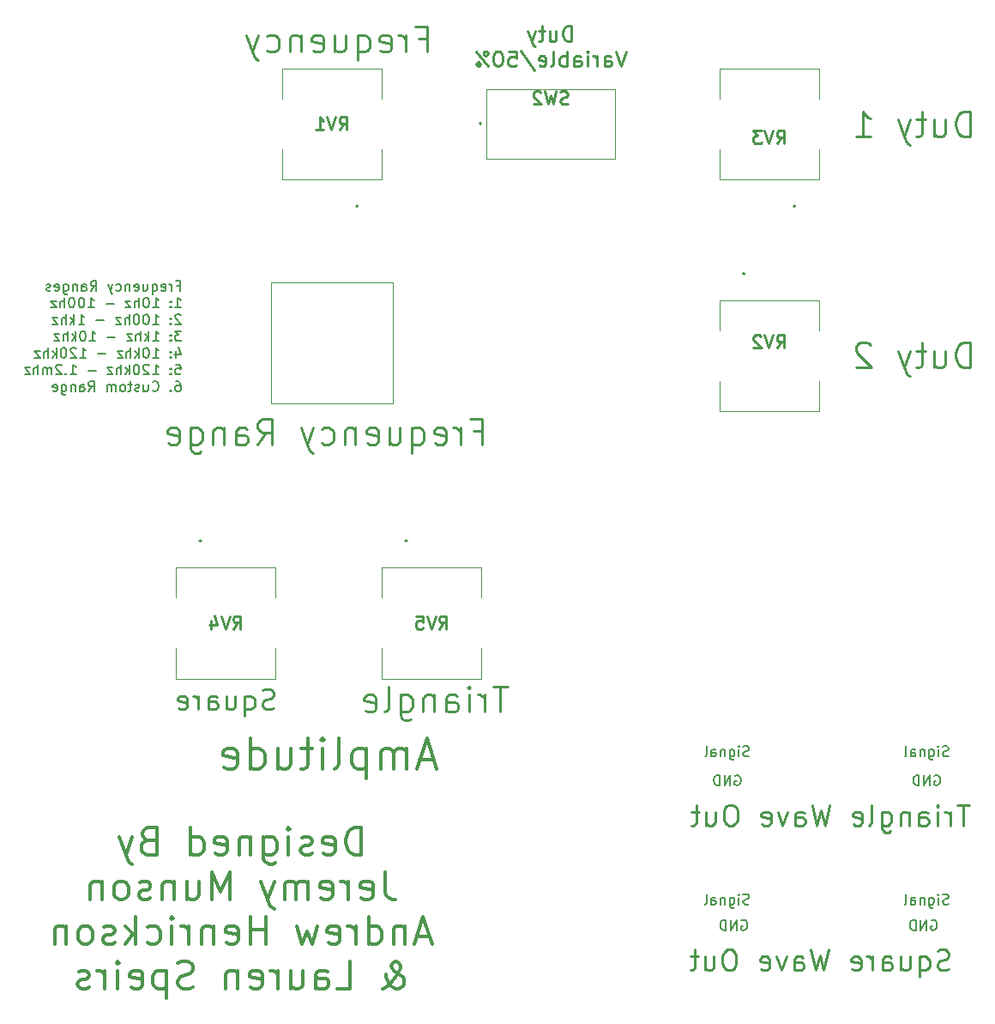
<source format=gbo>
%TF.GenerationSoftware,KiCad,Pcbnew,(5.1.6)-1*%
%TF.CreationDate,2021-04-21T19:08:55-07:00*%
%TF.ProjectId,oscillator,6f736369-6c6c-4617-946f-722e6b696361,rev?*%
%TF.SameCoordinates,Original*%
%TF.FileFunction,Legend,Bot*%
%TF.FilePolarity,Positive*%
%FSLAX46Y46*%
G04 Gerber Fmt 4.6, Leading zero omitted, Abs format (unit mm)*
G04 Created by KiCad (PCBNEW (5.1.6)-1) date 2021-04-21 19:08:55*
%MOMM*%
%LPD*%
G01*
G04 APERTURE LIST*
%ADD10C,0.350000*%
%ADD11C,0.150000*%
%ADD12C,0.270000*%
%ADD13C,0.254000*%
%ADD14C,0.250000*%
%ADD15C,0.300000*%
%ADD16C,0.100000*%
%ADD17C,0.200000*%
%ADD18C,0.120000*%
G04 APERTURE END LIST*
D10*
X34688571Y16808571D02*
X34688571Y19508571D01*
X34045714Y19508571D01*
X33660000Y19380000D01*
X33402857Y19122857D01*
X33274285Y18865714D01*
X33145714Y18351428D01*
X33145714Y17965714D01*
X33274285Y17451428D01*
X33402857Y17194285D01*
X33660000Y16937142D01*
X34045714Y16808571D01*
X34688571Y16808571D01*
X30960000Y16937142D02*
X31217142Y16808571D01*
X31731428Y16808571D01*
X31988571Y16937142D01*
X32117142Y17194285D01*
X32117142Y18222857D01*
X31988571Y18480000D01*
X31731428Y18608571D01*
X31217142Y18608571D01*
X30960000Y18480000D01*
X30831428Y18222857D01*
X30831428Y17965714D01*
X32117142Y17708571D01*
X29802857Y16937142D02*
X29545714Y16808571D01*
X29031428Y16808571D01*
X28774285Y16937142D01*
X28645714Y17194285D01*
X28645714Y17322857D01*
X28774285Y17580000D01*
X29031428Y17708571D01*
X29417142Y17708571D01*
X29674285Y17837142D01*
X29802857Y18094285D01*
X29802857Y18222857D01*
X29674285Y18480000D01*
X29417142Y18608571D01*
X29031428Y18608571D01*
X28774285Y18480000D01*
X27488571Y16808571D02*
X27488571Y18608571D01*
X27488571Y19508571D02*
X27617142Y19380000D01*
X27488571Y19251428D01*
X27360000Y19380000D01*
X27488571Y19508571D01*
X27488571Y19251428D01*
X25045714Y18608571D02*
X25045714Y16422857D01*
X25174285Y16165714D01*
X25302857Y16037142D01*
X25560000Y15908571D01*
X25945714Y15908571D01*
X26202857Y16037142D01*
X25045714Y16937142D02*
X25302857Y16808571D01*
X25817142Y16808571D01*
X26074285Y16937142D01*
X26202857Y17065714D01*
X26331428Y17322857D01*
X26331428Y18094285D01*
X26202857Y18351428D01*
X26074285Y18480000D01*
X25817142Y18608571D01*
X25302857Y18608571D01*
X25045714Y18480000D01*
X23760000Y18608571D02*
X23760000Y16808571D01*
X23760000Y18351428D02*
X23631428Y18480000D01*
X23374285Y18608571D01*
X22988571Y18608571D01*
X22731428Y18480000D01*
X22602857Y18222857D01*
X22602857Y16808571D01*
X20288571Y16937142D02*
X20545714Y16808571D01*
X21060000Y16808571D01*
X21317142Y16937142D01*
X21445714Y17194285D01*
X21445714Y18222857D01*
X21317142Y18480000D01*
X21060000Y18608571D01*
X20545714Y18608571D01*
X20288571Y18480000D01*
X20160000Y18222857D01*
X20160000Y17965714D01*
X21445714Y17708571D01*
X17845714Y16808571D02*
X17845714Y19508571D01*
X17845714Y16937142D02*
X18102857Y16808571D01*
X18617142Y16808571D01*
X18874285Y16937142D01*
X19002857Y17065714D01*
X19131428Y17322857D01*
X19131428Y18094285D01*
X19002857Y18351428D01*
X18874285Y18480000D01*
X18617142Y18608571D01*
X18102857Y18608571D01*
X17845714Y18480000D01*
X13602857Y18222857D02*
X13217142Y18094285D01*
X13088571Y17965714D01*
X12960000Y17708571D01*
X12960000Y17322857D01*
X13088571Y17065714D01*
X13217142Y16937142D01*
X13474285Y16808571D01*
X14502857Y16808571D01*
X14502857Y19508571D01*
X13602857Y19508571D01*
X13345714Y19380000D01*
X13217142Y19251428D01*
X13088571Y18994285D01*
X13088571Y18737142D01*
X13217142Y18480000D01*
X13345714Y18351428D01*
X13602857Y18222857D01*
X14502857Y18222857D01*
X12060000Y18608571D02*
X11417142Y16808571D01*
X10774285Y18608571D02*
X11417142Y16808571D01*
X11674285Y16165714D01*
X11802857Y16037142D01*
X12060000Y15908571D01*
X37002857Y15108571D02*
X37002857Y13180000D01*
X37131428Y12794285D01*
X37388571Y12537142D01*
X37774285Y12408571D01*
X38031428Y12408571D01*
X34688571Y12537142D02*
X34945714Y12408571D01*
X35460000Y12408571D01*
X35717142Y12537142D01*
X35845714Y12794285D01*
X35845714Y13822857D01*
X35717142Y14080000D01*
X35460000Y14208571D01*
X34945714Y14208571D01*
X34688571Y14080000D01*
X34560000Y13822857D01*
X34560000Y13565714D01*
X35845714Y13308571D01*
X33402857Y12408571D02*
X33402857Y14208571D01*
X33402857Y13694285D02*
X33274285Y13951428D01*
X33145714Y14080000D01*
X32888571Y14208571D01*
X32631428Y14208571D01*
X30702857Y12537142D02*
X30960000Y12408571D01*
X31474285Y12408571D01*
X31731428Y12537142D01*
X31860000Y12794285D01*
X31860000Y13822857D01*
X31731428Y14080000D01*
X31474285Y14208571D01*
X30960000Y14208571D01*
X30702857Y14080000D01*
X30574285Y13822857D01*
X30574285Y13565714D01*
X31860000Y13308571D01*
X29417142Y12408571D02*
X29417142Y14208571D01*
X29417142Y13951428D02*
X29288571Y14080000D01*
X29031428Y14208571D01*
X28645714Y14208571D01*
X28388571Y14080000D01*
X28260000Y13822857D01*
X28260000Y12408571D01*
X28260000Y13822857D02*
X28131428Y14080000D01*
X27874285Y14208571D01*
X27488571Y14208571D01*
X27231428Y14080000D01*
X27102857Y13822857D01*
X27102857Y12408571D01*
X26074285Y14208571D02*
X25431428Y12408571D01*
X24788571Y14208571D02*
X25431428Y12408571D01*
X25688571Y11765714D01*
X25817142Y11637142D01*
X26074285Y11508571D01*
X21702857Y12408571D02*
X21702857Y15108571D01*
X20802857Y13180000D01*
X19902857Y15108571D01*
X19902857Y12408571D01*
X17460000Y14208571D02*
X17460000Y12408571D01*
X18617142Y14208571D02*
X18617142Y12794285D01*
X18488571Y12537142D01*
X18231428Y12408571D01*
X17845714Y12408571D01*
X17588571Y12537142D01*
X17460000Y12665714D01*
X16174285Y14208571D02*
X16174285Y12408571D01*
X16174285Y13951428D02*
X16045714Y14080000D01*
X15788571Y14208571D01*
X15402857Y14208571D01*
X15145714Y14080000D01*
X15017142Y13822857D01*
X15017142Y12408571D01*
X13860000Y12537142D02*
X13602857Y12408571D01*
X13088571Y12408571D01*
X12831428Y12537142D01*
X12702857Y12794285D01*
X12702857Y12922857D01*
X12831428Y13180000D01*
X13088571Y13308571D01*
X13474285Y13308571D01*
X13731428Y13437142D01*
X13860000Y13694285D01*
X13860000Y13822857D01*
X13731428Y14080000D01*
X13474285Y14208571D01*
X13088571Y14208571D01*
X12831428Y14080000D01*
X11160000Y12408571D02*
X11417142Y12537142D01*
X11545714Y12665714D01*
X11674285Y12922857D01*
X11674285Y13694285D01*
X11545714Y13951428D01*
X11417142Y14080000D01*
X11160000Y14208571D01*
X10774285Y14208571D01*
X10517142Y14080000D01*
X10388571Y13951428D01*
X10260000Y13694285D01*
X10260000Y12922857D01*
X10388571Y12665714D01*
X10517142Y12537142D01*
X10774285Y12408571D01*
X11160000Y12408571D01*
X9102857Y14208571D02*
X9102857Y12408571D01*
X9102857Y13951428D02*
X8974285Y14080000D01*
X8717142Y14208571D01*
X8331428Y14208571D01*
X8074285Y14080000D01*
X7945714Y13822857D01*
X7945714Y12408571D01*
X41438571Y8780000D02*
X40152857Y8780000D01*
X41695714Y8008571D02*
X40795714Y10708571D01*
X39895714Y8008571D01*
X38995714Y9808571D02*
X38995714Y8008571D01*
X38995714Y9551428D02*
X38867142Y9680000D01*
X38610000Y9808571D01*
X38224285Y9808571D01*
X37967142Y9680000D01*
X37838571Y9422857D01*
X37838571Y8008571D01*
X35395714Y8008571D02*
X35395714Y10708571D01*
X35395714Y8137142D02*
X35652857Y8008571D01*
X36167142Y8008571D01*
X36424285Y8137142D01*
X36552857Y8265714D01*
X36681428Y8522857D01*
X36681428Y9294285D01*
X36552857Y9551428D01*
X36424285Y9680000D01*
X36167142Y9808571D01*
X35652857Y9808571D01*
X35395714Y9680000D01*
X34110000Y8008571D02*
X34110000Y9808571D01*
X34110000Y9294285D02*
X33981428Y9551428D01*
X33852857Y9680000D01*
X33595714Y9808571D01*
X33338571Y9808571D01*
X31410000Y8137142D02*
X31667142Y8008571D01*
X32181428Y8008571D01*
X32438571Y8137142D01*
X32567142Y8394285D01*
X32567142Y9422857D01*
X32438571Y9680000D01*
X32181428Y9808571D01*
X31667142Y9808571D01*
X31410000Y9680000D01*
X31281428Y9422857D01*
X31281428Y9165714D01*
X32567142Y8908571D01*
X30381428Y9808571D02*
X29867142Y8008571D01*
X29352857Y9294285D01*
X28838571Y8008571D01*
X28324285Y9808571D01*
X25238571Y8008571D02*
X25238571Y10708571D01*
X25238571Y9422857D02*
X23695714Y9422857D01*
X23695714Y8008571D02*
X23695714Y10708571D01*
X21381428Y8137142D02*
X21638571Y8008571D01*
X22152857Y8008571D01*
X22410000Y8137142D01*
X22538571Y8394285D01*
X22538571Y9422857D01*
X22410000Y9680000D01*
X22152857Y9808571D01*
X21638571Y9808571D01*
X21381428Y9680000D01*
X21252857Y9422857D01*
X21252857Y9165714D01*
X22538571Y8908571D01*
X20095714Y9808571D02*
X20095714Y8008571D01*
X20095714Y9551428D02*
X19967142Y9680000D01*
X19710000Y9808571D01*
X19324285Y9808571D01*
X19067142Y9680000D01*
X18938571Y9422857D01*
X18938571Y8008571D01*
X17652857Y8008571D02*
X17652857Y9808571D01*
X17652857Y9294285D02*
X17524285Y9551428D01*
X17395714Y9680000D01*
X17138571Y9808571D01*
X16881428Y9808571D01*
X15981428Y8008571D02*
X15981428Y9808571D01*
X15981428Y10708571D02*
X16110000Y10580000D01*
X15981428Y10451428D01*
X15852857Y10580000D01*
X15981428Y10708571D01*
X15981428Y10451428D01*
X13538571Y8137142D02*
X13795714Y8008571D01*
X14310000Y8008571D01*
X14567142Y8137142D01*
X14695714Y8265714D01*
X14824285Y8522857D01*
X14824285Y9294285D01*
X14695714Y9551428D01*
X14567142Y9680000D01*
X14310000Y9808571D01*
X13795714Y9808571D01*
X13538571Y9680000D01*
X12381428Y8008571D02*
X12381428Y10708571D01*
X12124285Y9037142D02*
X11352857Y8008571D01*
X11352857Y9808571D02*
X12381428Y8780000D01*
X10324285Y8137142D02*
X10067142Y8008571D01*
X9552857Y8008571D01*
X9295714Y8137142D01*
X9167142Y8394285D01*
X9167142Y8522857D01*
X9295714Y8780000D01*
X9552857Y8908571D01*
X9938571Y8908571D01*
X10195714Y9037142D01*
X10324285Y9294285D01*
X10324285Y9422857D01*
X10195714Y9680000D01*
X9938571Y9808571D01*
X9552857Y9808571D01*
X9295714Y9680000D01*
X7624285Y8008571D02*
X7881428Y8137142D01*
X8010000Y8265714D01*
X8138571Y8522857D01*
X8138571Y9294285D01*
X8010000Y9551428D01*
X7881428Y9680000D01*
X7624285Y9808571D01*
X7238571Y9808571D01*
X6981428Y9680000D01*
X6852857Y9551428D01*
X6724285Y9294285D01*
X6724285Y8522857D01*
X6852857Y8265714D01*
X6981428Y8137142D01*
X7238571Y8008571D01*
X7624285Y8008571D01*
X5567142Y9808571D02*
X5567142Y8008571D01*
X5567142Y9551428D02*
X5438571Y9680000D01*
X5181428Y9808571D01*
X4795714Y9808571D01*
X4538571Y9680000D01*
X4410000Y9422857D01*
X4410000Y8008571D01*
X36745714Y3608571D02*
X36874285Y3608571D01*
X37131428Y3737142D01*
X37517142Y4122857D01*
X38160000Y4894285D01*
X38417142Y5280000D01*
X38545714Y5665714D01*
X38545714Y5922857D01*
X38417142Y6180000D01*
X38160000Y6308571D01*
X38031428Y6308571D01*
X37774285Y6180000D01*
X37645714Y5922857D01*
X37645714Y5794285D01*
X37774285Y5537142D01*
X37902857Y5408571D01*
X38674285Y4894285D01*
X38802857Y4765714D01*
X38931428Y4508571D01*
X38931428Y4122857D01*
X38802857Y3865714D01*
X38674285Y3737142D01*
X38417142Y3608571D01*
X38031428Y3608571D01*
X37774285Y3737142D01*
X37645714Y3865714D01*
X37260000Y4380000D01*
X37131428Y4765714D01*
X37131428Y5022857D01*
X32245714Y3608571D02*
X33531428Y3608571D01*
X33531428Y6308571D01*
X30188571Y3608571D02*
X30188571Y5022857D01*
X30317142Y5280000D01*
X30574285Y5408571D01*
X31088571Y5408571D01*
X31345714Y5280000D01*
X30188571Y3737142D02*
X30445714Y3608571D01*
X31088571Y3608571D01*
X31345714Y3737142D01*
X31474285Y3994285D01*
X31474285Y4251428D01*
X31345714Y4508571D01*
X31088571Y4637142D01*
X30445714Y4637142D01*
X30188571Y4765714D01*
X27745714Y5408571D02*
X27745714Y3608571D01*
X28902857Y5408571D02*
X28902857Y3994285D01*
X28774285Y3737142D01*
X28517142Y3608571D01*
X28131428Y3608571D01*
X27874285Y3737142D01*
X27745714Y3865714D01*
X26460000Y3608571D02*
X26460000Y5408571D01*
X26460000Y4894285D02*
X26331428Y5151428D01*
X26202857Y5280000D01*
X25945714Y5408571D01*
X25688571Y5408571D01*
X23760000Y3737142D02*
X24017142Y3608571D01*
X24531428Y3608571D01*
X24788571Y3737142D01*
X24917142Y3994285D01*
X24917142Y5022857D01*
X24788571Y5280000D01*
X24531428Y5408571D01*
X24017142Y5408571D01*
X23760000Y5280000D01*
X23631428Y5022857D01*
X23631428Y4765714D01*
X24917142Y4508571D01*
X22474285Y5408571D02*
X22474285Y3608571D01*
X22474285Y5151428D02*
X22345714Y5280000D01*
X22088571Y5408571D01*
X21702857Y5408571D01*
X21445714Y5280000D01*
X21317142Y5022857D01*
X21317142Y3608571D01*
X18102857Y3737142D02*
X17717142Y3608571D01*
X17074285Y3608571D01*
X16817142Y3737142D01*
X16688571Y3865714D01*
X16560000Y4122857D01*
X16560000Y4380000D01*
X16688571Y4637142D01*
X16817142Y4765714D01*
X17074285Y4894285D01*
X17588571Y5022857D01*
X17845714Y5151428D01*
X17974285Y5280000D01*
X18102857Y5537142D01*
X18102857Y5794285D01*
X17974285Y6051428D01*
X17845714Y6180000D01*
X17588571Y6308571D01*
X16945714Y6308571D01*
X16560000Y6180000D01*
X15402857Y5408571D02*
X15402857Y2708571D01*
X15402857Y5280000D02*
X15145714Y5408571D01*
X14631428Y5408571D01*
X14374285Y5280000D01*
X14245714Y5151428D01*
X14117142Y4894285D01*
X14117142Y4122857D01*
X14245714Y3865714D01*
X14374285Y3737142D01*
X14631428Y3608571D01*
X15145714Y3608571D01*
X15402857Y3737142D01*
X11931428Y3737142D02*
X12188571Y3608571D01*
X12702857Y3608571D01*
X12960000Y3737142D01*
X13088571Y3994285D01*
X13088571Y5022857D01*
X12960000Y5280000D01*
X12702857Y5408571D01*
X12188571Y5408571D01*
X11931428Y5280000D01*
X11802857Y5022857D01*
X11802857Y4765714D01*
X13088571Y4508571D01*
X10645714Y3608571D02*
X10645714Y5408571D01*
X10645714Y6308571D02*
X10774285Y6180000D01*
X10645714Y6051428D01*
X10517142Y6180000D01*
X10645714Y6308571D01*
X10645714Y6051428D01*
X9360000Y3608571D02*
X9360000Y5408571D01*
X9360000Y4894285D02*
X9231428Y5151428D01*
X9102857Y5280000D01*
X8845714Y5408571D01*
X8588571Y5408571D01*
X7817142Y3737142D02*
X7560000Y3608571D01*
X7045714Y3608571D01*
X6788571Y3737142D01*
X6660000Y3994285D01*
X6660000Y4122857D01*
X6788571Y4380000D01*
X7045714Y4508571D01*
X7431428Y4508571D01*
X7688571Y4637142D01*
X7817142Y4894285D01*
X7817142Y5022857D01*
X7688571Y5280000D01*
X7431428Y5408571D01*
X7045714Y5408571D01*
X6788571Y5280000D01*
D11*
X16476071Y72966428D02*
X16809404Y72966428D01*
X16809404Y72442619D02*
X16809404Y73442619D01*
X16333214Y73442619D01*
X15952261Y72442619D02*
X15952261Y73109285D01*
X15952261Y72918809D02*
X15904642Y73014047D01*
X15857023Y73061666D01*
X15761785Y73109285D01*
X15666547Y73109285D01*
X14952261Y72490238D02*
X15047500Y72442619D01*
X15237976Y72442619D01*
X15333214Y72490238D01*
X15380833Y72585476D01*
X15380833Y72966428D01*
X15333214Y73061666D01*
X15237976Y73109285D01*
X15047500Y73109285D01*
X14952261Y73061666D01*
X14904642Y72966428D01*
X14904642Y72871190D01*
X15380833Y72775952D01*
X14047500Y73109285D02*
X14047500Y72109285D01*
X14047500Y72490238D02*
X14142738Y72442619D01*
X14333214Y72442619D01*
X14428452Y72490238D01*
X14476071Y72537857D01*
X14523690Y72633095D01*
X14523690Y72918809D01*
X14476071Y73014047D01*
X14428452Y73061666D01*
X14333214Y73109285D01*
X14142738Y73109285D01*
X14047500Y73061666D01*
X13142738Y73109285D02*
X13142738Y72442619D01*
X13571309Y73109285D02*
X13571309Y72585476D01*
X13523690Y72490238D01*
X13428452Y72442619D01*
X13285595Y72442619D01*
X13190357Y72490238D01*
X13142738Y72537857D01*
X12285595Y72490238D02*
X12380833Y72442619D01*
X12571309Y72442619D01*
X12666547Y72490238D01*
X12714166Y72585476D01*
X12714166Y72966428D01*
X12666547Y73061666D01*
X12571309Y73109285D01*
X12380833Y73109285D01*
X12285595Y73061666D01*
X12237976Y72966428D01*
X12237976Y72871190D01*
X12714166Y72775952D01*
X11809404Y73109285D02*
X11809404Y72442619D01*
X11809404Y73014047D02*
X11761785Y73061666D01*
X11666547Y73109285D01*
X11523690Y73109285D01*
X11428452Y73061666D01*
X11380833Y72966428D01*
X11380833Y72442619D01*
X10476071Y72490238D02*
X10571309Y72442619D01*
X10761785Y72442619D01*
X10857023Y72490238D01*
X10904642Y72537857D01*
X10952261Y72633095D01*
X10952261Y72918809D01*
X10904642Y73014047D01*
X10857023Y73061666D01*
X10761785Y73109285D01*
X10571309Y73109285D01*
X10476071Y73061666D01*
X10142738Y73109285D02*
X9904642Y72442619D01*
X9666547Y73109285D02*
X9904642Y72442619D01*
X9999880Y72204523D01*
X10047500Y72156904D01*
X10142738Y72109285D01*
X7952261Y72442619D02*
X8285595Y72918809D01*
X8523690Y72442619D02*
X8523690Y73442619D01*
X8142738Y73442619D01*
X8047500Y73395000D01*
X7999880Y73347380D01*
X7952261Y73252142D01*
X7952261Y73109285D01*
X7999880Y73014047D01*
X8047500Y72966428D01*
X8142738Y72918809D01*
X8523690Y72918809D01*
X7095119Y72442619D02*
X7095119Y72966428D01*
X7142738Y73061666D01*
X7237976Y73109285D01*
X7428452Y73109285D01*
X7523690Y73061666D01*
X7095119Y72490238D02*
X7190357Y72442619D01*
X7428452Y72442619D01*
X7523690Y72490238D01*
X7571309Y72585476D01*
X7571309Y72680714D01*
X7523690Y72775952D01*
X7428452Y72823571D01*
X7190357Y72823571D01*
X7095119Y72871190D01*
X6618928Y73109285D02*
X6618928Y72442619D01*
X6618928Y73014047D02*
X6571309Y73061666D01*
X6476071Y73109285D01*
X6333214Y73109285D01*
X6237976Y73061666D01*
X6190357Y72966428D01*
X6190357Y72442619D01*
X5285595Y73109285D02*
X5285595Y72299761D01*
X5333214Y72204523D01*
X5380833Y72156904D01*
X5476071Y72109285D01*
X5618928Y72109285D01*
X5714166Y72156904D01*
X5285595Y72490238D02*
X5380833Y72442619D01*
X5571309Y72442619D01*
X5666547Y72490238D01*
X5714166Y72537857D01*
X5761785Y72633095D01*
X5761785Y72918809D01*
X5714166Y73014047D01*
X5666547Y73061666D01*
X5571309Y73109285D01*
X5380833Y73109285D01*
X5285595Y73061666D01*
X4428452Y72490238D02*
X4523690Y72442619D01*
X4714166Y72442619D01*
X4809404Y72490238D01*
X4857023Y72585476D01*
X4857023Y72966428D01*
X4809404Y73061666D01*
X4714166Y73109285D01*
X4523690Y73109285D01*
X4428452Y73061666D01*
X4380833Y72966428D01*
X4380833Y72871190D01*
X4857023Y72775952D01*
X3999880Y72490238D02*
X3904642Y72442619D01*
X3714166Y72442619D01*
X3618928Y72490238D01*
X3571309Y72585476D01*
X3571309Y72633095D01*
X3618928Y72728333D01*
X3714166Y72775952D01*
X3857023Y72775952D01*
X3952261Y72823571D01*
X3999880Y72918809D01*
X3999880Y72966428D01*
X3952261Y73061666D01*
X3857023Y73109285D01*
X3714166Y73109285D01*
X3618928Y73061666D01*
X16285595Y70792619D02*
X16857023Y70792619D01*
X16571309Y70792619D02*
X16571309Y71792619D01*
X16666547Y71649761D01*
X16761785Y71554523D01*
X16857023Y71506904D01*
X15857023Y70887857D02*
X15809404Y70840238D01*
X15857023Y70792619D01*
X15904642Y70840238D01*
X15857023Y70887857D01*
X15857023Y70792619D01*
X15857023Y71411666D02*
X15809404Y71364047D01*
X15857023Y71316428D01*
X15904642Y71364047D01*
X15857023Y71411666D01*
X15857023Y71316428D01*
X14095119Y70792619D02*
X14666547Y70792619D01*
X14380833Y70792619D02*
X14380833Y71792619D01*
X14476071Y71649761D01*
X14571309Y71554523D01*
X14666547Y71506904D01*
X13476071Y71792619D02*
X13380833Y71792619D01*
X13285595Y71745000D01*
X13237976Y71697380D01*
X13190357Y71602142D01*
X13142738Y71411666D01*
X13142738Y71173571D01*
X13190357Y70983095D01*
X13237976Y70887857D01*
X13285595Y70840238D01*
X13380833Y70792619D01*
X13476071Y70792619D01*
X13571309Y70840238D01*
X13618928Y70887857D01*
X13666547Y70983095D01*
X13714166Y71173571D01*
X13714166Y71411666D01*
X13666547Y71602142D01*
X13618928Y71697380D01*
X13571309Y71745000D01*
X13476071Y71792619D01*
X12714166Y70792619D02*
X12714166Y71792619D01*
X12285595Y70792619D02*
X12285595Y71316428D01*
X12333214Y71411666D01*
X12428452Y71459285D01*
X12571309Y71459285D01*
X12666547Y71411666D01*
X12714166Y71364047D01*
X11904642Y71459285D02*
X11380833Y71459285D01*
X11904642Y70792619D01*
X11380833Y70792619D01*
X10237976Y71173571D02*
X9476071Y71173571D01*
X7714166Y70792619D02*
X8285595Y70792619D01*
X7999880Y70792619D02*
X7999880Y71792619D01*
X8095119Y71649761D01*
X8190357Y71554523D01*
X8285595Y71506904D01*
X7095119Y71792619D02*
X6999880Y71792619D01*
X6904642Y71745000D01*
X6857023Y71697380D01*
X6809404Y71602142D01*
X6761785Y71411666D01*
X6761785Y71173571D01*
X6809404Y70983095D01*
X6857023Y70887857D01*
X6904642Y70840238D01*
X6999880Y70792619D01*
X7095119Y70792619D01*
X7190357Y70840238D01*
X7237976Y70887857D01*
X7285595Y70983095D01*
X7333214Y71173571D01*
X7333214Y71411666D01*
X7285595Y71602142D01*
X7237976Y71697380D01*
X7190357Y71745000D01*
X7095119Y71792619D01*
X6142738Y71792619D02*
X6047500Y71792619D01*
X5952261Y71745000D01*
X5904642Y71697380D01*
X5857023Y71602142D01*
X5809404Y71411666D01*
X5809404Y71173571D01*
X5857023Y70983095D01*
X5904642Y70887857D01*
X5952261Y70840238D01*
X6047500Y70792619D01*
X6142738Y70792619D01*
X6237976Y70840238D01*
X6285595Y70887857D01*
X6333214Y70983095D01*
X6380833Y71173571D01*
X6380833Y71411666D01*
X6333214Y71602142D01*
X6285595Y71697380D01*
X6237976Y71745000D01*
X6142738Y71792619D01*
X5380833Y70792619D02*
X5380833Y71792619D01*
X4952261Y70792619D02*
X4952261Y71316428D01*
X4999880Y71411666D01*
X5095119Y71459285D01*
X5237976Y71459285D01*
X5333214Y71411666D01*
X5380833Y71364047D01*
X4571309Y71459285D02*
X4047500Y71459285D01*
X4571309Y70792619D01*
X4047500Y70792619D01*
X16857023Y70047380D02*
X16809404Y70095000D01*
X16714166Y70142619D01*
X16476071Y70142619D01*
X16380833Y70095000D01*
X16333214Y70047380D01*
X16285595Y69952142D01*
X16285595Y69856904D01*
X16333214Y69714047D01*
X16904642Y69142619D01*
X16285595Y69142619D01*
X15857023Y69237857D02*
X15809404Y69190238D01*
X15857023Y69142619D01*
X15904642Y69190238D01*
X15857023Y69237857D01*
X15857023Y69142619D01*
X15857023Y69761666D02*
X15809404Y69714047D01*
X15857023Y69666428D01*
X15904642Y69714047D01*
X15857023Y69761666D01*
X15857023Y69666428D01*
X14095119Y69142619D02*
X14666547Y69142619D01*
X14380833Y69142619D02*
X14380833Y70142619D01*
X14476071Y69999761D01*
X14571309Y69904523D01*
X14666547Y69856904D01*
X13476071Y70142619D02*
X13380833Y70142619D01*
X13285595Y70095000D01*
X13237976Y70047380D01*
X13190357Y69952142D01*
X13142738Y69761666D01*
X13142738Y69523571D01*
X13190357Y69333095D01*
X13237976Y69237857D01*
X13285595Y69190238D01*
X13380833Y69142619D01*
X13476071Y69142619D01*
X13571309Y69190238D01*
X13618928Y69237857D01*
X13666547Y69333095D01*
X13714166Y69523571D01*
X13714166Y69761666D01*
X13666547Y69952142D01*
X13618928Y70047380D01*
X13571309Y70095000D01*
X13476071Y70142619D01*
X12523690Y70142619D02*
X12428452Y70142619D01*
X12333214Y70095000D01*
X12285595Y70047380D01*
X12237976Y69952142D01*
X12190357Y69761666D01*
X12190357Y69523571D01*
X12237976Y69333095D01*
X12285595Y69237857D01*
X12333214Y69190238D01*
X12428452Y69142619D01*
X12523690Y69142619D01*
X12618928Y69190238D01*
X12666547Y69237857D01*
X12714166Y69333095D01*
X12761785Y69523571D01*
X12761785Y69761666D01*
X12714166Y69952142D01*
X12666547Y70047380D01*
X12618928Y70095000D01*
X12523690Y70142619D01*
X11761785Y69142619D02*
X11761785Y70142619D01*
X11333214Y69142619D02*
X11333214Y69666428D01*
X11380833Y69761666D01*
X11476071Y69809285D01*
X11618928Y69809285D01*
X11714166Y69761666D01*
X11761785Y69714047D01*
X10952261Y69809285D02*
X10428452Y69809285D01*
X10952261Y69142619D01*
X10428452Y69142619D01*
X9285595Y69523571D02*
X8523690Y69523571D01*
X6761785Y69142619D02*
X7333214Y69142619D01*
X7047500Y69142619D02*
X7047500Y70142619D01*
X7142738Y69999761D01*
X7237976Y69904523D01*
X7333214Y69856904D01*
X6333214Y69142619D02*
X6333214Y70142619D01*
X6237976Y69523571D02*
X5952261Y69142619D01*
X5952261Y69809285D02*
X6333214Y69428333D01*
X5523690Y69142619D02*
X5523690Y70142619D01*
X5095119Y69142619D02*
X5095119Y69666428D01*
X5142738Y69761666D01*
X5237976Y69809285D01*
X5380833Y69809285D01*
X5476071Y69761666D01*
X5523690Y69714047D01*
X4714166Y69809285D02*
X4190357Y69809285D01*
X4714166Y69142619D01*
X4190357Y69142619D01*
X16904642Y68492619D02*
X16285595Y68492619D01*
X16618928Y68111666D01*
X16476071Y68111666D01*
X16380833Y68064047D01*
X16333214Y68016428D01*
X16285595Y67921190D01*
X16285595Y67683095D01*
X16333214Y67587857D01*
X16380833Y67540238D01*
X16476071Y67492619D01*
X16761785Y67492619D01*
X16857023Y67540238D01*
X16904642Y67587857D01*
X15857023Y67587857D02*
X15809404Y67540238D01*
X15857023Y67492619D01*
X15904642Y67540238D01*
X15857023Y67587857D01*
X15857023Y67492619D01*
X15857023Y68111666D02*
X15809404Y68064047D01*
X15857023Y68016428D01*
X15904642Y68064047D01*
X15857023Y68111666D01*
X15857023Y68016428D01*
X14095119Y67492619D02*
X14666547Y67492619D01*
X14380833Y67492619D02*
X14380833Y68492619D01*
X14476071Y68349761D01*
X14571309Y68254523D01*
X14666547Y68206904D01*
X13666547Y67492619D02*
X13666547Y68492619D01*
X13571309Y67873571D02*
X13285595Y67492619D01*
X13285595Y68159285D02*
X13666547Y67778333D01*
X12857023Y67492619D02*
X12857023Y68492619D01*
X12428452Y67492619D02*
X12428452Y68016428D01*
X12476071Y68111666D01*
X12571309Y68159285D01*
X12714166Y68159285D01*
X12809404Y68111666D01*
X12857023Y68064047D01*
X12047500Y68159285D02*
X11523690Y68159285D01*
X12047500Y67492619D01*
X11523690Y67492619D01*
X10380833Y67873571D02*
X9618928Y67873571D01*
X7857023Y67492619D02*
X8428452Y67492619D01*
X8142738Y67492619D02*
X8142738Y68492619D01*
X8237976Y68349761D01*
X8333214Y68254523D01*
X8428452Y68206904D01*
X7237976Y68492619D02*
X7142738Y68492619D01*
X7047500Y68445000D01*
X6999880Y68397380D01*
X6952261Y68302142D01*
X6904642Y68111666D01*
X6904642Y67873571D01*
X6952261Y67683095D01*
X6999880Y67587857D01*
X7047500Y67540238D01*
X7142738Y67492619D01*
X7237976Y67492619D01*
X7333214Y67540238D01*
X7380833Y67587857D01*
X7428452Y67683095D01*
X7476071Y67873571D01*
X7476071Y68111666D01*
X7428452Y68302142D01*
X7380833Y68397380D01*
X7333214Y68445000D01*
X7237976Y68492619D01*
X6476071Y67492619D02*
X6476071Y68492619D01*
X6380833Y67873571D02*
X6095119Y67492619D01*
X6095119Y68159285D02*
X6476071Y67778333D01*
X5666547Y67492619D02*
X5666547Y68492619D01*
X5237976Y67492619D02*
X5237976Y68016428D01*
X5285595Y68111666D01*
X5380833Y68159285D01*
X5523690Y68159285D01*
X5618928Y68111666D01*
X5666547Y68064047D01*
X4857023Y68159285D02*
X4333214Y68159285D01*
X4857023Y67492619D01*
X4333214Y67492619D01*
X16380833Y66509285D02*
X16380833Y65842619D01*
X16618928Y66890238D02*
X16857023Y66175952D01*
X16237976Y66175952D01*
X15857023Y65937857D02*
X15809404Y65890238D01*
X15857023Y65842619D01*
X15904642Y65890238D01*
X15857023Y65937857D01*
X15857023Y65842619D01*
X15857023Y66461666D02*
X15809404Y66414047D01*
X15857023Y66366428D01*
X15904642Y66414047D01*
X15857023Y66461666D01*
X15857023Y66366428D01*
X14095119Y65842619D02*
X14666547Y65842619D01*
X14380833Y65842619D02*
X14380833Y66842619D01*
X14476071Y66699761D01*
X14571309Y66604523D01*
X14666547Y66556904D01*
X13476071Y66842619D02*
X13380833Y66842619D01*
X13285595Y66795000D01*
X13237976Y66747380D01*
X13190357Y66652142D01*
X13142738Y66461666D01*
X13142738Y66223571D01*
X13190357Y66033095D01*
X13237976Y65937857D01*
X13285595Y65890238D01*
X13380833Y65842619D01*
X13476071Y65842619D01*
X13571309Y65890238D01*
X13618928Y65937857D01*
X13666547Y66033095D01*
X13714166Y66223571D01*
X13714166Y66461666D01*
X13666547Y66652142D01*
X13618928Y66747380D01*
X13571309Y66795000D01*
X13476071Y66842619D01*
X12714166Y65842619D02*
X12714166Y66842619D01*
X12618928Y66223571D02*
X12333214Y65842619D01*
X12333214Y66509285D02*
X12714166Y66128333D01*
X11904642Y65842619D02*
X11904642Y66842619D01*
X11476071Y65842619D02*
X11476071Y66366428D01*
X11523690Y66461666D01*
X11618928Y66509285D01*
X11761785Y66509285D01*
X11857023Y66461666D01*
X11904642Y66414047D01*
X11095119Y66509285D02*
X10571309Y66509285D01*
X11095119Y65842619D01*
X10571309Y65842619D01*
X9428452Y66223571D02*
X8666547Y66223571D01*
X6904642Y65842619D02*
X7476071Y65842619D01*
X7190357Y65842619D02*
X7190357Y66842619D01*
X7285595Y66699761D01*
X7380833Y66604523D01*
X7476071Y66556904D01*
X6523690Y66747380D02*
X6476071Y66795000D01*
X6380833Y66842619D01*
X6142738Y66842619D01*
X6047500Y66795000D01*
X5999880Y66747380D01*
X5952261Y66652142D01*
X5952261Y66556904D01*
X5999880Y66414047D01*
X6571309Y65842619D01*
X5952261Y65842619D01*
X5333214Y66842619D02*
X5237976Y66842619D01*
X5142738Y66795000D01*
X5095119Y66747380D01*
X5047500Y66652142D01*
X4999880Y66461666D01*
X4999880Y66223571D01*
X5047500Y66033095D01*
X5095119Y65937857D01*
X5142738Y65890238D01*
X5237976Y65842619D01*
X5333214Y65842619D01*
X5428452Y65890238D01*
X5476071Y65937857D01*
X5523690Y66033095D01*
X5571309Y66223571D01*
X5571309Y66461666D01*
X5523690Y66652142D01*
X5476071Y66747380D01*
X5428452Y66795000D01*
X5333214Y66842619D01*
X4571309Y65842619D02*
X4571309Y66842619D01*
X4476071Y66223571D02*
X4190357Y65842619D01*
X4190357Y66509285D02*
X4571309Y66128333D01*
X3761785Y65842619D02*
X3761785Y66842619D01*
X3333214Y65842619D02*
X3333214Y66366428D01*
X3380833Y66461666D01*
X3476071Y66509285D01*
X3618928Y66509285D01*
X3714166Y66461666D01*
X3761785Y66414047D01*
X2952261Y66509285D02*
X2428452Y66509285D01*
X2952261Y65842619D01*
X2428452Y65842619D01*
X16333214Y65192619D02*
X16809404Y65192619D01*
X16857023Y64716428D01*
X16809404Y64764047D01*
X16714166Y64811666D01*
X16476071Y64811666D01*
X16380833Y64764047D01*
X16333214Y64716428D01*
X16285595Y64621190D01*
X16285595Y64383095D01*
X16333214Y64287857D01*
X16380833Y64240238D01*
X16476071Y64192619D01*
X16714166Y64192619D01*
X16809404Y64240238D01*
X16857023Y64287857D01*
X15857023Y64287857D02*
X15809404Y64240238D01*
X15857023Y64192619D01*
X15904642Y64240238D01*
X15857023Y64287857D01*
X15857023Y64192619D01*
X15857023Y64811666D02*
X15809404Y64764047D01*
X15857023Y64716428D01*
X15904642Y64764047D01*
X15857023Y64811666D01*
X15857023Y64716428D01*
X14095119Y64192619D02*
X14666547Y64192619D01*
X14380833Y64192619D02*
X14380833Y65192619D01*
X14476071Y65049761D01*
X14571309Y64954523D01*
X14666547Y64906904D01*
X13714166Y65097380D02*
X13666547Y65145000D01*
X13571309Y65192619D01*
X13333214Y65192619D01*
X13237976Y65145000D01*
X13190357Y65097380D01*
X13142738Y65002142D01*
X13142738Y64906904D01*
X13190357Y64764047D01*
X13761785Y64192619D01*
X13142738Y64192619D01*
X12523690Y65192619D02*
X12428452Y65192619D01*
X12333214Y65145000D01*
X12285595Y65097380D01*
X12237976Y65002142D01*
X12190357Y64811666D01*
X12190357Y64573571D01*
X12237976Y64383095D01*
X12285595Y64287857D01*
X12333214Y64240238D01*
X12428452Y64192619D01*
X12523690Y64192619D01*
X12618928Y64240238D01*
X12666547Y64287857D01*
X12714166Y64383095D01*
X12761785Y64573571D01*
X12761785Y64811666D01*
X12714166Y65002142D01*
X12666547Y65097380D01*
X12618928Y65145000D01*
X12523690Y65192619D01*
X11761785Y64192619D02*
X11761785Y65192619D01*
X11666547Y64573571D02*
X11380833Y64192619D01*
X11380833Y64859285D02*
X11761785Y64478333D01*
X10952261Y64192619D02*
X10952261Y65192619D01*
X10523690Y64192619D02*
X10523690Y64716428D01*
X10571309Y64811666D01*
X10666547Y64859285D01*
X10809404Y64859285D01*
X10904642Y64811666D01*
X10952261Y64764047D01*
X10142738Y64859285D02*
X9618928Y64859285D01*
X10142738Y64192619D01*
X9618928Y64192619D01*
X8476071Y64573571D02*
X7714166Y64573571D01*
X5952261Y64192619D02*
X6523690Y64192619D01*
X6237976Y64192619D02*
X6237976Y65192619D01*
X6333214Y65049761D01*
X6428452Y64954523D01*
X6523690Y64906904D01*
X5523690Y64287857D02*
X5476071Y64240238D01*
X5523690Y64192619D01*
X5571309Y64240238D01*
X5523690Y64287857D01*
X5523690Y64192619D01*
X5095119Y65097380D02*
X5047500Y65145000D01*
X4952261Y65192619D01*
X4714166Y65192619D01*
X4618928Y65145000D01*
X4571309Y65097380D01*
X4523690Y65002142D01*
X4523690Y64906904D01*
X4571309Y64764047D01*
X5142738Y64192619D01*
X4523690Y64192619D01*
X4095119Y64192619D02*
X4095119Y64859285D01*
X4095119Y64764047D02*
X4047500Y64811666D01*
X3952261Y64859285D01*
X3809404Y64859285D01*
X3714166Y64811666D01*
X3666547Y64716428D01*
X3666547Y64192619D01*
X3666547Y64716428D02*
X3618928Y64811666D01*
X3523690Y64859285D01*
X3380833Y64859285D01*
X3285595Y64811666D01*
X3237976Y64716428D01*
X3237976Y64192619D01*
X2761785Y64192619D02*
X2761785Y65192619D01*
X2333214Y64192619D02*
X2333214Y64716428D01*
X2380833Y64811666D01*
X2476071Y64859285D01*
X2618928Y64859285D01*
X2714166Y64811666D01*
X2761785Y64764047D01*
X1952261Y64859285D02*
X1428452Y64859285D01*
X1952261Y64192619D01*
X1428452Y64192619D01*
X16380833Y63542619D02*
X16571309Y63542619D01*
X16666547Y63495000D01*
X16714166Y63447380D01*
X16809404Y63304523D01*
X16857023Y63114047D01*
X16857023Y62733095D01*
X16809404Y62637857D01*
X16761785Y62590238D01*
X16666547Y62542619D01*
X16476071Y62542619D01*
X16380833Y62590238D01*
X16333214Y62637857D01*
X16285595Y62733095D01*
X16285595Y62971190D01*
X16333214Y63066428D01*
X16380833Y63114047D01*
X16476071Y63161666D01*
X16666547Y63161666D01*
X16761785Y63114047D01*
X16809404Y63066428D01*
X16857023Y62971190D01*
X15857023Y62637857D02*
X15809404Y62590238D01*
X15857023Y62542619D01*
X15904642Y62590238D01*
X15857023Y62637857D01*
X15857023Y62542619D01*
X14047500Y62637857D02*
X14095119Y62590238D01*
X14237976Y62542619D01*
X14333214Y62542619D01*
X14476071Y62590238D01*
X14571309Y62685476D01*
X14618928Y62780714D01*
X14666547Y62971190D01*
X14666547Y63114047D01*
X14618928Y63304523D01*
X14571309Y63399761D01*
X14476071Y63495000D01*
X14333214Y63542619D01*
X14237976Y63542619D01*
X14095119Y63495000D01*
X14047500Y63447380D01*
X13190357Y63209285D02*
X13190357Y62542619D01*
X13618928Y63209285D02*
X13618928Y62685476D01*
X13571309Y62590238D01*
X13476071Y62542619D01*
X13333214Y62542619D01*
X13237976Y62590238D01*
X13190357Y62637857D01*
X12761785Y62590238D02*
X12666547Y62542619D01*
X12476071Y62542619D01*
X12380833Y62590238D01*
X12333214Y62685476D01*
X12333214Y62733095D01*
X12380833Y62828333D01*
X12476071Y62875952D01*
X12618928Y62875952D01*
X12714166Y62923571D01*
X12761785Y63018809D01*
X12761785Y63066428D01*
X12714166Y63161666D01*
X12618928Y63209285D01*
X12476071Y63209285D01*
X12380833Y63161666D01*
X12047500Y63209285D02*
X11666547Y63209285D01*
X11904642Y63542619D02*
X11904642Y62685476D01*
X11857023Y62590238D01*
X11761785Y62542619D01*
X11666547Y62542619D01*
X11190357Y62542619D02*
X11285595Y62590238D01*
X11333214Y62637857D01*
X11380833Y62733095D01*
X11380833Y63018809D01*
X11333214Y63114047D01*
X11285595Y63161666D01*
X11190357Y63209285D01*
X11047500Y63209285D01*
X10952261Y63161666D01*
X10904642Y63114047D01*
X10857023Y63018809D01*
X10857023Y62733095D01*
X10904642Y62637857D01*
X10952261Y62590238D01*
X11047500Y62542619D01*
X11190357Y62542619D01*
X10428452Y62542619D02*
X10428452Y63209285D01*
X10428452Y63114047D02*
X10380833Y63161666D01*
X10285595Y63209285D01*
X10142738Y63209285D01*
X10047500Y63161666D01*
X9999880Y63066428D01*
X9999880Y62542619D01*
X9999880Y63066428D02*
X9952261Y63161666D01*
X9857023Y63209285D01*
X9714166Y63209285D01*
X9618928Y63161666D01*
X9571309Y63066428D01*
X9571309Y62542619D01*
X7761785Y62542619D02*
X8095119Y63018809D01*
X8333214Y62542619D02*
X8333214Y63542619D01*
X7952261Y63542619D01*
X7857023Y63495000D01*
X7809404Y63447380D01*
X7761785Y63352142D01*
X7761785Y63209285D01*
X7809404Y63114047D01*
X7857023Y63066428D01*
X7952261Y63018809D01*
X8333214Y63018809D01*
X6904642Y62542619D02*
X6904642Y63066428D01*
X6952261Y63161666D01*
X7047500Y63209285D01*
X7237976Y63209285D01*
X7333214Y63161666D01*
X6904642Y62590238D02*
X6999880Y62542619D01*
X7237976Y62542619D01*
X7333214Y62590238D01*
X7380833Y62685476D01*
X7380833Y62780714D01*
X7333214Y62875952D01*
X7237976Y62923571D01*
X6999880Y62923571D01*
X6904642Y62971190D01*
X6428452Y63209285D02*
X6428452Y62542619D01*
X6428452Y63114047D02*
X6380833Y63161666D01*
X6285595Y63209285D01*
X6142738Y63209285D01*
X6047500Y63161666D01*
X5999880Y63066428D01*
X5999880Y62542619D01*
X5095119Y63209285D02*
X5095119Y62399761D01*
X5142738Y62304523D01*
X5190357Y62256904D01*
X5285595Y62209285D01*
X5428452Y62209285D01*
X5523690Y62256904D01*
X5095119Y62590238D02*
X5190357Y62542619D01*
X5380833Y62542619D01*
X5476071Y62590238D01*
X5523690Y62637857D01*
X5571309Y62733095D01*
X5571309Y63018809D01*
X5523690Y63114047D01*
X5476071Y63161666D01*
X5380833Y63209285D01*
X5190357Y63209285D01*
X5095119Y63161666D01*
X4237976Y62590238D02*
X4333214Y62542619D01*
X4523690Y62542619D01*
X4618928Y62590238D01*
X4666547Y62685476D01*
X4666547Y63066428D01*
X4618928Y63161666D01*
X4523690Y63209285D01*
X4333214Y63209285D01*
X4237976Y63161666D01*
X4190357Y63066428D01*
X4190357Y62971190D01*
X4666547Y62875952D01*
D12*
X45757857Y58598571D02*
X46591190Y58598571D01*
X46591190Y57289047D02*
X46591190Y59789047D01*
X45400714Y59789047D01*
X44448333Y57289047D02*
X44448333Y58955714D01*
X44448333Y58479523D02*
X44329285Y58717619D01*
X44210238Y58836666D01*
X43972142Y58955714D01*
X43734047Y58955714D01*
X41948333Y57408095D02*
X42186428Y57289047D01*
X42662619Y57289047D01*
X42900714Y57408095D01*
X43019761Y57646190D01*
X43019761Y58598571D01*
X42900714Y58836666D01*
X42662619Y58955714D01*
X42186428Y58955714D01*
X41948333Y58836666D01*
X41829285Y58598571D01*
X41829285Y58360476D01*
X43019761Y58122380D01*
X39686428Y58955714D02*
X39686428Y56455714D01*
X39686428Y57408095D02*
X39924523Y57289047D01*
X40400714Y57289047D01*
X40638809Y57408095D01*
X40757857Y57527142D01*
X40876904Y57765238D01*
X40876904Y58479523D01*
X40757857Y58717619D01*
X40638809Y58836666D01*
X40400714Y58955714D01*
X39924523Y58955714D01*
X39686428Y58836666D01*
X37424523Y58955714D02*
X37424523Y57289047D01*
X38495952Y58955714D02*
X38495952Y57646190D01*
X38376904Y57408095D01*
X38138809Y57289047D01*
X37781666Y57289047D01*
X37543571Y57408095D01*
X37424523Y57527142D01*
X35281666Y57408095D02*
X35519761Y57289047D01*
X35995952Y57289047D01*
X36234047Y57408095D01*
X36353095Y57646190D01*
X36353095Y58598571D01*
X36234047Y58836666D01*
X35995952Y58955714D01*
X35519761Y58955714D01*
X35281666Y58836666D01*
X35162619Y58598571D01*
X35162619Y58360476D01*
X36353095Y58122380D01*
X34091190Y58955714D02*
X34091190Y57289047D01*
X34091190Y58717619D02*
X33972142Y58836666D01*
X33734047Y58955714D01*
X33376904Y58955714D01*
X33138809Y58836666D01*
X33019761Y58598571D01*
X33019761Y57289047D01*
X30757857Y57408095D02*
X30995952Y57289047D01*
X31472142Y57289047D01*
X31710238Y57408095D01*
X31829285Y57527142D01*
X31948333Y57765238D01*
X31948333Y58479523D01*
X31829285Y58717619D01*
X31710238Y58836666D01*
X31472142Y58955714D01*
X30995952Y58955714D01*
X30757857Y58836666D01*
X29924523Y58955714D02*
X29329285Y57289047D01*
X28734047Y58955714D02*
X29329285Y57289047D01*
X29567380Y56693809D01*
X29686428Y56574761D01*
X29924523Y56455714D01*
X24448333Y57289047D02*
X25281666Y58479523D01*
X25876904Y57289047D02*
X25876904Y59789047D01*
X24924523Y59789047D01*
X24686428Y59670000D01*
X24567380Y59550952D01*
X24448333Y59312857D01*
X24448333Y58955714D01*
X24567380Y58717619D01*
X24686428Y58598571D01*
X24924523Y58479523D01*
X25876904Y58479523D01*
X22305476Y57289047D02*
X22305476Y58598571D01*
X22424523Y58836666D01*
X22662619Y58955714D01*
X23138809Y58955714D01*
X23376904Y58836666D01*
X22305476Y57408095D02*
X22543571Y57289047D01*
X23138809Y57289047D01*
X23376904Y57408095D01*
X23495952Y57646190D01*
X23495952Y57884285D01*
X23376904Y58122380D01*
X23138809Y58241428D01*
X22543571Y58241428D01*
X22305476Y58360476D01*
X21115000Y58955714D02*
X21115000Y57289047D01*
X21115000Y58717619D02*
X20995952Y58836666D01*
X20757857Y58955714D01*
X20400714Y58955714D01*
X20162619Y58836666D01*
X20043571Y58598571D01*
X20043571Y57289047D01*
X17781666Y58955714D02*
X17781666Y56931904D01*
X17900714Y56693809D01*
X18019761Y56574761D01*
X18257857Y56455714D01*
X18615000Y56455714D01*
X18853095Y56574761D01*
X17781666Y57408095D02*
X18019761Y57289047D01*
X18495952Y57289047D01*
X18734047Y57408095D01*
X18853095Y57527142D01*
X18972142Y57765238D01*
X18972142Y58479523D01*
X18853095Y58717619D01*
X18734047Y58836666D01*
X18495952Y58955714D01*
X18019761Y58955714D01*
X17781666Y58836666D01*
X15638809Y57408095D02*
X15876904Y57289047D01*
X16353095Y57289047D01*
X16591190Y57408095D01*
X16710238Y57646190D01*
X16710238Y58598571D01*
X16591190Y58836666D01*
X16353095Y58955714D01*
X15876904Y58955714D01*
X15638809Y58836666D01*
X15519761Y58598571D01*
X15519761Y58360476D01*
X16710238Y58122380D01*
D11*
X72199404Y10342500D02*
X72294642Y10390119D01*
X72437500Y10390119D01*
X72580357Y10342500D01*
X72675595Y10247261D01*
X72723214Y10152023D01*
X72770833Y9961547D01*
X72770833Y9818690D01*
X72723214Y9628214D01*
X72675595Y9532976D01*
X72580357Y9437738D01*
X72437500Y9390119D01*
X72342261Y9390119D01*
X72199404Y9437738D01*
X72151785Y9485357D01*
X72151785Y9818690D01*
X72342261Y9818690D01*
X71723214Y9390119D02*
X71723214Y10390119D01*
X71151785Y9390119D01*
X71151785Y10390119D01*
X70675595Y9390119D02*
X70675595Y10390119D01*
X70437500Y10390119D01*
X70294642Y10342500D01*
X70199404Y10247261D01*
X70151785Y10152023D01*
X70104166Y9961547D01*
X70104166Y9818690D01*
X70151785Y9628214D01*
X70199404Y9532976D01*
X70294642Y9437738D01*
X70437500Y9390119D01*
X70675595Y9390119D01*
X90931904Y10342500D02*
X91027142Y10390119D01*
X91170000Y10390119D01*
X91312857Y10342500D01*
X91408095Y10247261D01*
X91455714Y10152023D01*
X91503333Y9961547D01*
X91503333Y9818690D01*
X91455714Y9628214D01*
X91408095Y9532976D01*
X91312857Y9437738D01*
X91170000Y9390119D01*
X91074761Y9390119D01*
X90931904Y9437738D01*
X90884285Y9485357D01*
X90884285Y9818690D01*
X91074761Y9818690D01*
X90455714Y9390119D02*
X90455714Y10390119D01*
X89884285Y9390119D01*
X89884285Y10390119D01*
X89408095Y9390119D02*
X89408095Y10390119D01*
X89170000Y10390119D01*
X89027142Y10342500D01*
X88931904Y10247261D01*
X88884285Y10152023D01*
X88836666Y9961547D01*
X88836666Y9818690D01*
X88884285Y9628214D01*
X88931904Y9532976D01*
X89027142Y9437738D01*
X89170000Y9390119D01*
X89408095Y9390119D01*
X72945357Y11977738D02*
X72802500Y11930119D01*
X72564404Y11930119D01*
X72469166Y11977738D01*
X72421547Y12025357D01*
X72373928Y12120595D01*
X72373928Y12215833D01*
X72421547Y12311071D01*
X72469166Y12358690D01*
X72564404Y12406309D01*
X72754880Y12453928D01*
X72850119Y12501547D01*
X72897738Y12549166D01*
X72945357Y12644404D01*
X72945357Y12739642D01*
X72897738Y12834880D01*
X72850119Y12882500D01*
X72754880Y12930119D01*
X72516785Y12930119D01*
X72373928Y12882500D01*
X71945357Y11930119D02*
X71945357Y12596785D01*
X71945357Y12930119D02*
X71992976Y12882500D01*
X71945357Y12834880D01*
X71897738Y12882500D01*
X71945357Y12930119D01*
X71945357Y12834880D01*
X71040595Y12596785D02*
X71040595Y11787261D01*
X71088214Y11692023D01*
X71135833Y11644404D01*
X71231071Y11596785D01*
X71373928Y11596785D01*
X71469166Y11644404D01*
X71040595Y11977738D02*
X71135833Y11930119D01*
X71326309Y11930119D01*
X71421547Y11977738D01*
X71469166Y12025357D01*
X71516785Y12120595D01*
X71516785Y12406309D01*
X71469166Y12501547D01*
X71421547Y12549166D01*
X71326309Y12596785D01*
X71135833Y12596785D01*
X71040595Y12549166D01*
X70564404Y12596785D02*
X70564404Y11930119D01*
X70564404Y12501547D02*
X70516785Y12549166D01*
X70421547Y12596785D01*
X70278690Y12596785D01*
X70183452Y12549166D01*
X70135833Y12453928D01*
X70135833Y11930119D01*
X69231071Y11930119D02*
X69231071Y12453928D01*
X69278690Y12549166D01*
X69373928Y12596785D01*
X69564404Y12596785D01*
X69659642Y12549166D01*
X69231071Y11977738D02*
X69326309Y11930119D01*
X69564404Y11930119D01*
X69659642Y11977738D01*
X69707261Y12072976D01*
X69707261Y12168214D01*
X69659642Y12263452D01*
X69564404Y12311071D01*
X69326309Y12311071D01*
X69231071Y12358690D01*
X68612023Y11930119D02*
X68707261Y11977738D01*
X68754880Y12072976D01*
X68754880Y12930119D01*
X92630357Y11977738D02*
X92487500Y11930119D01*
X92249404Y11930119D01*
X92154166Y11977738D01*
X92106547Y12025357D01*
X92058928Y12120595D01*
X92058928Y12215833D01*
X92106547Y12311071D01*
X92154166Y12358690D01*
X92249404Y12406309D01*
X92439880Y12453928D01*
X92535119Y12501547D01*
X92582738Y12549166D01*
X92630357Y12644404D01*
X92630357Y12739642D01*
X92582738Y12834880D01*
X92535119Y12882500D01*
X92439880Y12930119D01*
X92201785Y12930119D01*
X92058928Y12882500D01*
X91630357Y11930119D02*
X91630357Y12596785D01*
X91630357Y12930119D02*
X91677976Y12882500D01*
X91630357Y12834880D01*
X91582738Y12882500D01*
X91630357Y12930119D01*
X91630357Y12834880D01*
X90725595Y12596785D02*
X90725595Y11787261D01*
X90773214Y11692023D01*
X90820833Y11644404D01*
X90916071Y11596785D01*
X91058928Y11596785D01*
X91154166Y11644404D01*
X90725595Y11977738D02*
X90820833Y11930119D01*
X91011309Y11930119D01*
X91106547Y11977738D01*
X91154166Y12025357D01*
X91201785Y12120595D01*
X91201785Y12406309D01*
X91154166Y12501547D01*
X91106547Y12549166D01*
X91011309Y12596785D01*
X90820833Y12596785D01*
X90725595Y12549166D01*
X90249404Y12596785D02*
X90249404Y11930119D01*
X90249404Y12501547D02*
X90201785Y12549166D01*
X90106547Y12596785D01*
X89963690Y12596785D01*
X89868452Y12549166D01*
X89820833Y12453928D01*
X89820833Y11930119D01*
X88916071Y11930119D02*
X88916071Y12453928D01*
X88963690Y12549166D01*
X89058928Y12596785D01*
X89249404Y12596785D01*
X89344642Y12549166D01*
X88916071Y11977738D02*
X89011309Y11930119D01*
X89249404Y11930119D01*
X89344642Y11977738D01*
X89392261Y12072976D01*
X89392261Y12168214D01*
X89344642Y12263452D01*
X89249404Y12311071D01*
X89011309Y12311071D01*
X88916071Y12358690D01*
X88297023Y11930119D02*
X88392261Y11977738D01*
X88439880Y12072976D01*
X88439880Y12930119D01*
D13*
X92685809Y5527523D02*
X92395523Y5430761D01*
X91911714Y5430761D01*
X91718190Y5527523D01*
X91621428Y5624285D01*
X91524666Y5817809D01*
X91524666Y6011333D01*
X91621428Y6204857D01*
X91718190Y6301619D01*
X91911714Y6398380D01*
X92298761Y6495142D01*
X92492285Y6591904D01*
X92589047Y6688666D01*
X92685809Y6882190D01*
X92685809Y7075714D01*
X92589047Y7269238D01*
X92492285Y7366000D01*
X92298761Y7462761D01*
X91814952Y7462761D01*
X91524666Y7366000D01*
X89782952Y6785428D02*
X89782952Y4753428D01*
X89782952Y5527523D02*
X89976476Y5430761D01*
X90363523Y5430761D01*
X90557047Y5527523D01*
X90653809Y5624285D01*
X90750571Y5817809D01*
X90750571Y6398380D01*
X90653809Y6591904D01*
X90557047Y6688666D01*
X90363523Y6785428D01*
X89976476Y6785428D01*
X89782952Y6688666D01*
X87944476Y6785428D02*
X87944476Y5430761D01*
X88815333Y6785428D02*
X88815333Y5721047D01*
X88718571Y5527523D01*
X88525047Y5430761D01*
X88234761Y5430761D01*
X88041238Y5527523D01*
X87944476Y5624285D01*
X86106000Y5430761D02*
X86106000Y6495142D01*
X86202761Y6688666D01*
X86396285Y6785428D01*
X86783333Y6785428D01*
X86976857Y6688666D01*
X86106000Y5527523D02*
X86299523Y5430761D01*
X86783333Y5430761D01*
X86976857Y5527523D01*
X87073619Y5721047D01*
X87073619Y5914571D01*
X86976857Y6108095D01*
X86783333Y6204857D01*
X86299523Y6204857D01*
X86106000Y6301619D01*
X85138380Y5430761D02*
X85138380Y6785428D01*
X85138380Y6398380D02*
X85041619Y6591904D01*
X84944857Y6688666D01*
X84751333Y6785428D01*
X84557809Y6785428D01*
X83106380Y5527523D02*
X83299904Y5430761D01*
X83686952Y5430761D01*
X83880476Y5527523D01*
X83977238Y5721047D01*
X83977238Y6495142D01*
X83880476Y6688666D01*
X83686952Y6785428D01*
X83299904Y6785428D01*
X83106380Y6688666D01*
X83009619Y6495142D01*
X83009619Y6301619D01*
X83977238Y6108095D01*
X80784095Y7462761D02*
X80300285Y5430761D01*
X79913238Y6882190D01*
X79526190Y5430761D01*
X79042380Y7462761D01*
X77397428Y5430761D02*
X77397428Y6495142D01*
X77494190Y6688666D01*
X77687714Y6785428D01*
X78074761Y6785428D01*
X78268285Y6688666D01*
X77397428Y5527523D02*
X77590952Y5430761D01*
X78074761Y5430761D01*
X78268285Y5527523D01*
X78365047Y5721047D01*
X78365047Y5914571D01*
X78268285Y6108095D01*
X78074761Y6204857D01*
X77590952Y6204857D01*
X77397428Y6301619D01*
X76623333Y6785428D02*
X76139523Y5430761D01*
X75655714Y6785428D01*
X74107523Y5527523D02*
X74301047Y5430761D01*
X74688095Y5430761D01*
X74881619Y5527523D01*
X74978380Y5721047D01*
X74978380Y6495142D01*
X74881619Y6688666D01*
X74688095Y6785428D01*
X74301047Y6785428D01*
X74107523Y6688666D01*
X74010761Y6495142D01*
X74010761Y6301619D01*
X74978380Y6108095D01*
X71204666Y7462761D02*
X70817619Y7462761D01*
X70624095Y7366000D01*
X70430571Y7172476D01*
X70333809Y6785428D01*
X70333809Y6108095D01*
X70430571Y5721047D01*
X70624095Y5527523D01*
X70817619Y5430761D01*
X71204666Y5430761D01*
X71398190Y5527523D01*
X71591714Y5721047D01*
X71688476Y6108095D01*
X71688476Y6785428D01*
X71591714Y7172476D01*
X71398190Y7366000D01*
X71204666Y7462761D01*
X68592095Y6785428D02*
X68592095Y5430761D01*
X69462952Y6785428D02*
X69462952Y5721047D01*
X69366190Y5527523D01*
X69172666Y5430761D01*
X68882380Y5430761D01*
X68688857Y5527523D01*
X68592095Y5624285D01*
X67914761Y6785428D02*
X67140666Y6785428D01*
X67624476Y7462761D02*
X67624476Y5721047D01*
X67527714Y5527523D01*
X67334190Y5430761D01*
X67140666Y5430761D01*
X94654309Y21750261D02*
X93493166Y21750261D01*
X94073738Y19718261D02*
X94073738Y21750261D01*
X92815833Y19718261D02*
X92815833Y21072928D01*
X92815833Y20685880D02*
X92719071Y20879404D01*
X92622309Y20976166D01*
X92428785Y21072928D01*
X92235261Y21072928D01*
X91557928Y19718261D02*
X91557928Y21072928D01*
X91557928Y21750261D02*
X91654690Y21653500D01*
X91557928Y21556738D01*
X91461166Y21653500D01*
X91557928Y21750261D01*
X91557928Y21556738D01*
X89719452Y19718261D02*
X89719452Y20782642D01*
X89816214Y20976166D01*
X90009738Y21072928D01*
X90396785Y21072928D01*
X90590309Y20976166D01*
X89719452Y19815023D02*
X89912976Y19718261D01*
X90396785Y19718261D01*
X90590309Y19815023D01*
X90687071Y20008547D01*
X90687071Y20202071D01*
X90590309Y20395595D01*
X90396785Y20492357D01*
X89912976Y20492357D01*
X89719452Y20589119D01*
X88751833Y21072928D02*
X88751833Y19718261D01*
X88751833Y20879404D02*
X88655071Y20976166D01*
X88461547Y21072928D01*
X88171261Y21072928D01*
X87977738Y20976166D01*
X87880976Y20782642D01*
X87880976Y19718261D01*
X86042500Y21072928D02*
X86042500Y19427976D01*
X86139261Y19234452D01*
X86236023Y19137690D01*
X86429547Y19040928D01*
X86719833Y19040928D01*
X86913357Y19137690D01*
X86042500Y19815023D02*
X86236023Y19718261D01*
X86623071Y19718261D01*
X86816595Y19815023D01*
X86913357Y19911785D01*
X87010119Y20105309D01*
X87010119Y20685880D01*
X86913357Y20879404D01*
X86816595Y20976166D01*
X86623071Y21072928D01*
X86236023Y21072928D01*
X86042500Y20976166D01*
X84784595Y19718261D02*
X84978119Y19815023D01*
X85074880Y20008547D01*
X85074880Y21750261D01*
X83236404Y19815023D02*
X83429928Y19718261D01*
X83816976Y19718261D01*
X84010500Y19815023D01*
X84107261Y20008547D01*
X84107261Y20782642D01*
X84010500Y20976166D01*
X83816976Y21072928D01*
X83429928Y21072928D01*
X83236404Y20976166D01*
X83139642Y20782642D01*
X83139642Y20589119D01*
X84107261Y20395595D01*
X80914119Y21750261D02*
X80430309Y19718261D01*
X80043261Y21169690D01*
X79656214Y19718261D01*
X79172404Y21750261D01*
X77527452Y19718261D02*
X77527452Y20782642D01*
X77624214Y20976166D01*
X77817738Y21072928D01*
X78204785Y21072928D01*
X78398309Y20976166D01*
X77527452Y19815023D02*
X77720976Y19718261D01*
X78204785Y19718261D01*
X78398309Y19815023D01*
X78495071Y20008547D01*
X78495071Y20202071D01*
X78398309Y20395595D01*
X78204785Y20492357D01*
X77720976Y20492357D01*
X77527452Y20589119D01*
X76753357Y21072928D02*
X76269547Y19718261D01*
X75785738Y21072928D01*
X74237547Y19815023D02*
X74431071Y19718261D01*
X74818119Y19718261D01*
X75011642Y19815023D01*
X75108404Y20008547D01*
X75108404Y20782642D01*
X75011642Y20976166D01*
X74818119Y21072928D01*
X74431071Y21072928D01*
X74237547Y20976166D01*
X74140785Y20782642D01*
X74140785Y20589119D01*
X75108404Y20395595D01*
X71334690Y21750261D02*
X70947642Y21750261D01*
X70754119Y21653500D01*
X70560595Y21459976D01*
X70463833Y21072928D01*
X70463833Y20395595D01*
X70560595Y20008547D01*
X70754119Y19815023D01*
X70947642Y19718261D01*
X71334690Y19718261D01*
X71528214Y19815023D01*
X71721738Y20008547D01*
X71818500Y20395595D01*
X71818500Y21072928D01*
X71721738Y21459976D01*
X71528214Y21653500D01*
X71334690Y21750261D01*
X68722119Y21072928D02*
X68722119Y19718261D01*
X69592976Y21072928D02*
X69592976Y20008547D01*
X69496214Y19815023D01*
X69302690Y19718261D01*
X69012404Y19718261D01*
X68818880Y19815023D01*
X68722119Y19911785D01*
X68044785Y21072928D02*
X67270690Y21072928D01*
X67754500Y21750261D02*
X67754500Y20008547D01*
X67657738Y19815023D01*
X67464214Y19718261D01*
X67270690Y19718261D01*
D11*
X91249404Y24630000D02*
X91344642Y24677619D01*
X91487500Y24677619D01*
X91630357Y24630000D01*
X91725595Y24534761D01*
X91773214Y24439523D01*
X91820833Y24249047D01*
X91820833Y24106190D01*
X91773214Y23915714D01*
X91725595Y23820476D01*
X91630357Y23725238D01*
X91487500Y23677619D01*
X91392261Y23677619D01*
X91249404Y23725238D01*
X91201785Y23772857D01*
X91201785Y24106190D01*
X91392261Y24106190D01*
X90773214Y23677619D02*
X90773214Y24677619D01*
X90201785Y23677619D01*
X90201785Y24677619D01*
X89725595Y23677619D02*
X89725595Y24677619D01*
X89487500Y24677619D01*
X89344642Y24630000D01*
X89249404Y24534761D01*
X89201785Y24439523D01*
X89154166Y24249047D01*
X89154166Y24106190D01*
X89201785Y23915714D01*
X89249404Y23820476D01*
X89344642Y23725238D01*
X89487500Y23677619D01*
X89725595Y23677619D01*
X71564404Y24630000D02*
X71659642Y24677619D01*
X71802500Y24677619D01*
X71945357Y24630000D01*
X72040595Y24534761D01*
X72088214Y24439523D01*
X72135833Y24249047D01*
X72135833Y24106190D01*
X72088214Y23915714D01*
X72040595Y23820476D01*
X71945357Y23725238D01*
X71802500Y23677619D01*
X71707261Y23677619D01*
X71564404Y23725238D01*
X71516785Y23772857D01*
X71516785Y24106190D01*
X71707261Y24106190D01*
X71088214Y23677619D02*
X71088214Y24677619D01*
X70516785Y23677619D01*
X70516785Y24677619D01*
X70040595Y23677619D02*
X70040595Y24677619D01*
X69802500Y24677619D01*
X69659642Y24630000D01*
X69564404Y24534761D01*
X69516785Y24439523D01*
X69469166Y24249047D01*
X69469166Y24106190D01*
X69516785Y23915714D01*
X69564404Y23820476D01*
X69659642Y23725238D01*
X69802500Y23677619D01*
X70040595Y23677619D01*
X72945357Y26582738D02*
X72802500Y26535119D01*
X72564404Y26535119D01*
X72469166Y26582738D01*
X72421547Y26630357D01*
X72373928Y26725595D01*
X72373928Y26820833D01*
X72421547Y26916071D01*
X72469166Y26963690D01*
X72564404Y27011309D01*
X72754880Y27058928D01*
X72850119Y27106547D01*
X72897738Y27154166D01*
X72945357Y27249404D01*
X72945357Y27344642D01*
X72897738Y27439880D01*
X72850119Y27487500D01*
X72754880Y27535119D01*
X72516785Y27535119D01*
X72373928Y27487500D01*
X71945357Y26535119D02*
X71945357Y27201785D01*
X71945357Y27535119D02*
X71992976Y27487500D01*
X71945357Y27439880D01*
X71897738Y27487500D01*
X71945357Y27535119D01*
X71945357Y27439880D01*
X71040595Y27201785D02*
X71040595Y26392261D01*
X71088214Y26297023D01*
X71135833Y26249404D01*
X71231071Y26201785D01*
X71373928Y26201785D01*
X71469166Y26249404D01*
X71040595Y26582738D02*
X71135833Y26535119D01*
X71326309Y26535119D01*
X71421547Y26582738D01*
X71469166Y26630357D01*
X71516785Y26725595D01*
X71516785Y27011309D01*
X71469166Y27106547D01*
X71421547Y27154166D01*
X71326309Y27201785D01*
X71135833Y27201785D01*
X71040595Y27154166D01*
X70564404Y27201785D02*
X70564404Y26535119D01*
X70564404Y27106547D02*
X70516785Y27154166D01*
X70421547Y27201785D01*
X70278690Y27201785D01*
X70183452Y27154166D01*
X70135833Y27058928D01*
X70135833Y26535119D01*
X69231071Y26535119D02*
X69231071Y27058928D01*
X69278690Y27154166D01*
X69373928Y27201785D01*
X69564404Y27201785D01*
X69659642Y27154166D01*
X69231071Y26582738D02*
X69326309Y26535119D01*
X69564404Y26535119D01*
X69659642Y26582738D01*
X69707261Y26677976D01*
X69707261Y26773214D01*
X69659642Y26868452D01*
X69564404Y26916071D01*
X69326309Y26916071D01*
X69231071Y26963690D01*
X68612023Y26535119D02*
X68707261Y26582738D01*
X68754880Y26677976D01*
X68754880Y27535119D01*
X92630357Y26582738D02*
X92487500Y26535119D01*
X92249404Y26535119D01*
X92154166Y26582738D01*
X92106547Y26630357D01*
X92058928Y26725595D01*
X92058928Y26820833D01*
X92106547Y26916071D01*
X92154166Y26963690D01*
X92249404Y27011309D01*
X92439880Y27058928D01*
X92535119Y27106547D01*
X92582738Y27154166D01*
X92630357Y27249404D01*
X92630357Y27344642D01*
X92582738Y27439880D01*
X92535119Y27487500D01*
X92439880Y27535119D01*
X92201785Y27535119D01*
X92058928Y27487500D01*
X91630357Y26535119D02*
X91630357Y27201785D01*
X91630357Y27535119D02*
X91677976Y27487500D01*
X91630357Y27439880D01*
X91582738Y27487500D01*
X91630357Y27535119D01*
X91630357Y27439880D01*
X90725595Y27201785D02*
X90725595Y26392261D01*
X90773214Y26297023D01*
X90820833Y26249404D01*
X90916071Y26201785D01*
X91058928Y26201785D01*
X91154166Y26249404D01*
X90725595Y26582738D02*
X90820833Y26535119D01*
X91011309Y26535119D01*
X91106547Y26582738D01*
X91154166Y26630357D01*
X91201785Y26725595D01*
X91201785Y27011309D01*
X91154166Y27106547D01*
X91106547Y27154166D01*
X91011309Y27201785D01*
X90820833Y27201785D01*
X90725595Y27154166D01*
X90249404Y27201785D02*
X90249404Y26535119D01*
X90249404Y27106547D02*
X90201785Y27154166D01*
X90106547Y27201785D01*
X89963690Y27201785D01*
X89868452Y27154166D01*
X89820833Y27058928D01*
X89820833Y26535119D01*
X88916071Y26535119D02*
X88916071Y27058928D01*
X88963690Y27154166D01*
X89058928Y27201785D01*
X89249404Y27201785D01*
X89344642Y27154166D01*
X88916071Y26582738D02*
X89011309Y26535119D01*
X89249404Y26535119D01*
X89344642Y26582738D01*
X89392261Y26677976D01*
X89392261Y26773214D01*
X89344642Y26868452D01*
X89249404Y26916071D01*
X89011309Y26916071D01*
X88916071Y26963690D01*
X88297023Y26535119D02*
X88392261Y26582738D01*
X88439880Y26677976D01*
X88439880Y27535119D01*
D14*
X49112380Y33436547D02*
X47683809Y33436547D01*
X48398095Y30936547D02*
X48398095Y33436547D01*
X46850476Y30936547D02*
X46850476Y32603214D01*
X46850476Y32127023D02*
X46731428Y32365119D01*
X46612380Y32484166D01*
X46374285Y32603214D01*
X46136190Y32603214D01*
X45302857Y30936547D02*
X45302857Y32603214D01*
X45302857Y33436547D02*
X45421904Y33317500D01*
X45302857Y33198452D01*
X45183809Y33317500D01*
X45302857Y33436547D01*
X45302857Y33198452D01*
X43040952Y30936547D02*
X43040952Y32246071D01*
X43160000Y32484166D01*
X43398095Y32603214D01*
X43874285Y32603214D01*
X44112380Y32484166D01*
X43040952Y31055595D02*
X43279047Y30936547D01*
X43874285Y30936547D01*
X44112380Y31055595D01*
X44231428Y31293690D01*
X44231428Y31531785D01*
X44112380Y31769880D01*
X43874285Y31888928D01*
X43279047Y31888928D01*
X43040952Y32007976D01*
X41850476Y32603214D02*
X41850476Y30936547D01*
X41850476Y32365119D02*
X41731428Y32484166D01*
X41493333Y32603214D01*
X41136190Y32603214D01*
X40898095Y32484166D01*
X40779047Y32246071D01*
X40779047Y30936547D01*
X38517142Y32603214D02*
X38517142Y30579404D01*
X38636190Y30341309D01*
X38755238Y30222261D01*
X38993333Y30103214D01*
X39350476Y30103214D01*
X39588571Y30222261D01*
X38517142Y31055595D02*
X38755238Y30936547D01*
X39231428Y30936547D01*
X39469523Y31055595D01*
X39588571Y31174642D01*
X39707619Y31412738D01*
X39707619Y32127023D01*
X39588571Y32365119D01*
X39469523Y32484166D01*
X39231428Y32603214D01*
X38755238Y32603214D01*
X38517142Y32484166D01*
X36969523Y30936547D02*
X37207619Y31055595D01*
X37326666Y31293690D01*
X37326666Y33436547D01*
X35064761Y31055595D02*
X35302857Y30936547D01*
X35779047Y30936547D01*
X36017142Y31055595D01*
X36136190Y31293690D01*
X36136190Y32246071D01*
X36017142Y32484166D01*
X35779047Y32603214D01*
X35302857Y32603214D01*
X35064761Y32484166D01*
X34945714Y32246071D01*
X34945714Y32007976D01*
X36136190Y31769880D01*
X26034404Y31257976D02*
X25748690Y31162738D01*
X25272500Y31162738D01*
X25082023Y31257976D01*
X24986785Y31353214D01*
X24891547Y31543690D01*
X24891547Y31734166D01*
X24986785Y31924642D01*
X25082023Y32019880D01*
X25272500Y32115119D01*
X25653452Y32210357D01*
X25843928Y32305595D01*
X25939166Y32400833D01*
X26034404Y32591309D01*
X26034404Y32781785D01*
X25939166Y32972261D01*
X25843928Y33067500D01*
X25653452Y33162738D01*
X25177261Y33162738D01*
X24891547Y33067500D01*
X23177261Y32496071D02*
X23177261Y30496071D01*
X23177261Y31257976D02*
X23367738Y31162738D01*
X23748690Y31162738D01*
X23939166Y31257976D01*
X24034404Y31353214D01*
X24129642Y31543690D01*
X24129642Y32115119D01*
X24034404Y32305595D01*
X23939166Y32400833D01*
X23748690Y32496071D01*
X23367738Y32496071D01*
X23177261Y32400833D01*
X21367738Y32496071D02*
X21367738Y31162738D01*
X22224880Y32496071D02*
X22224880Y31448452D01*
X22129642Y31257976D01*
X21939166Y31162738D01*
X21653452Y31162738D01*
X21462976Y31257976D01*
X21367738Y31353214D01*
X19558214Y31162738D02*
X19558214Y32210357D01*
X19653452Y32400833D01*
X19843928Y32496071D01*
X20224880Y32496071D01*
X20415357Y32400833D01*
X19558214Y31257976D02*
X19748690Y31162738D01*
X20224880Y31162738D01*
X20415357Y31257976D01*
X20510595Y31448452D01*
X20510595Y31638928D01*
X20415357Y31829404D01*
X20224880Y31924642D01*
X19748690Y31924642D01*
X19558214Y32019880D01*
X18605833Y31162738D02*
X18605833Y32496071D01*
X18605833Y32115119D02*
X18510595Y32305595D01*
X18415357Y32400833D01*
X18224880Y32496071D01*
X18034404Y32496071D01*
X16605833Y31257976D02*
X16796309Y31162738D01*
X17177261Y31162738D01*
X17367738Y31257976D01*
X17462976Y31448452D01*
X17462976Y32210357D01*
X17367738Y32400833D01*
X17177261Y32496071D01*
X16796309Y32496071D01*
X16605833Y32400833D01*
X16510595Y32210357D01*
X16510595Y32019880D01*
X17462976Y31829404D01*
D15*
X41861071Y26170000D02*
X40432500Y26170000D01*
X42146785Y25312857D02*
X41146785Y28312857D01*
X40146785Y25312857D01*
X39146785Y25312857D02*
X39146785Y27312857D01*
X39146785Y27027142D02*
X39003928Y27170000D01*
X38718214Y27312857D01*
X38289642Y27312857D01*
X38003928Y27170000D01*
X37861071Y26884285D01*
X37861071Y25312857D01*
X37861071Y26884285D02*
X37718214Y27170000D01*
X37432500Y27312857D01*
X37003928Y27312857D01*
X36718214Y27170000D01*
X36575357Y26884285D01*
X36575357Y25312857D01*
X35146785Y27312857D02*
X35146785Y24312857D01*
X35146785Y27170000D02*
X34861071Y27312857D01*
X34289642Y27312857D01*
X34003928Y27170000D01*
X33861071Y27027142D01*
X33718214Y26741428D01*
X33718214Y25884285D01*
X33861071Y25598571D01*
X34003928Y25455714D01*
X34289642Y25312857D01*
X34861071Y25312857D01*
X35146785Y25455714D01*
X32003928Y25312857D02*
X32289642Y25455714D01*
X32432500Y25741428D01*
X32432500Y28312857D01*
X30861071Y25312857D02*
X30861071Y27312857D01*
X30861071Y28312857D02*
X31003928Y28170000D01*
X30861071Y28027142D01*
X30718214Y28170000D01*
X30861071Y28312857D01*
X30861071Y28027142D01*
X29861071Y27312857D02*
X28718214Y27312857D01*
X29432500Y28312857D02*
X29432500Y25741428D01*
X29289642Y25455714D01*
X29003928Y25312857D01*
X28718214Y25312857D01*
X26432500Y27312857D02*
X26432500Y25312857D01*
X27718214Y27312857D02*
X27718214Y25741428D01*
X27575357Y25455714D01*
X27289642Y25312857D01*
X26861071Y25312857D01*
X26575357Y25455714D01*
X26432500Y25598571D01*
X23718214Y25312857D02*
X23718214Y28312857D01*
X23718214Y25455714D02*
X24003928Y25312857D01*
X24575357Y25312857D01*
X24861071Y25455714D01*
X25003928Y25598571D01*
X25146785Y25884285D01*
X25146785Y26741428D01*
X25003928Y27027142D01*
X24861071Y27170000D01*
X24575357Y27312857D01*
X24003928Y27312857D01*
X23718214Y27170000D01*
X21146785Y25455714D02*
X21432500Y25312857D01*
X22003928Y25312857D01*
X22289642Y25455714D01*
X22432500Y25741428D01*
X22432500Y26884285D01*
X22289642Y27170000D01*
X22003928Y27312857D01*
X21432500Y27312857D01*
X21146785Y27170000D01*
X21003928Y26884285D01*
X21003928Y26598571D01*
X22432500Y26312857D01*
D14*
X55411428Y97091428D02*
X55411428Y98591428D01*
X55054285Y98591428D01*
X54840000Y98520000D01*
X54697142Y98377142D01*
X54625714Y98234285D01*
X54554285Y97948571D01*
X54554285Y97734285D01*
X54625714Y97448571D01*
X54697142Y97305714D01*
X54840000Y97162857D01*
X55054285Y97091428D01*
X55411428Y97091428D01*
X53268571Y98091428D02*
X53268571Y97091428D01*
X53911428Y98091428D02*
X53911428Y97305714D01*
X53840000Y97162857D01*
X53697142Y97091428D01*
X53482857Y97091428D01*
X53340000Y97162857D01*
X53268571Y97234285D01*
X52768571Y98091428D02*
X52197142Y98091428D01*
X52554285Y98591428D02*
X52554285Y97305714D01*
X52482857Y97162857D01*
X52340000Y97091428D01*
X52197142Y97091428D01*
X51840000Y98091428D02*
X51482857Y97091428D01*
X51125714Y98091428D02*
X51482857Y97091428D01*
X51625714Y96734285D01*
X51697142Y96662857D01*
X51840000Y96591428D01*
X60804285Y96091428D02*
X60304285Y94591428D01*
X59804285Y96091428D01*
X58661428Y94591428D02*
X58661428Y95377142D01*
X58732857Y95520000D01*
X58875714Y95591428D01*
X59161428Y95591428D01*
X59304285Y95520000D01*
X58661428Y94662857D02*
X58804285Y94591428D01*
X59161428Y94591428D01*
X59304285Y94662857D01*
X59375714Y94805714D01*
X59375714Y94948571D01*
X59304285Y95091428D01*
X59161428Y95162857D01*
X58804285Y95162857D01*
X58661428Y95234285D01*
X57947142Y94591428D02*
X57947142Y95591428D01*
X57947142Y95305714D02*
X57875714Y95448571D01*
X57804285Y95520000D01*
X57661428Y95591428D01*
X57518571Y95591428D01*
X57018571Y94591428D02*
X57018571Y95591428D01*
X57018571Y96091428D02*
X57090000Y96020000D01*
X57018571Y95948571D01*
X56947142Y96020000D01*
X57018571Y96091428D01*
X57018571Y95948571D01*
X55661428Y94591428D02*
X55661428Y95377142D01*
X55732857Y95520000D01*
X55875714Y95591428D01*
X56161428Y95591428D01*
X56304285Y95520000D01*
X55661428Y94662857D02*
X55804285Y94591428D01*
X56161428Y94591428D01*
X56304285Y94662857D01*
X56375714Y94805714D01*
X56375714Y94948571D01*
X56304285Y95091428D01*
X56161428Y95162857D01*
X55804285Y95162857D01*
X55661428Y95234285D01*
X54947142Y94591428D02*
X54947142Y96091428D01*
X54947142Y95520000D02*
X54804285Y95591428D01*
X54518571Y95591428D01*
X54375714Y95520000D01*
X54304285Y95448571D01*
X54232857Y95305714D01*
X54232857Y94877142D01*
X54304285Y94734285D01*
X54375714Y94662857D01*
X54518571Y94591428D01*
X54804285Y94591428D01*
X54947142Y94662857D01*
X53375714Y94591428D02*
X53518571Y94662857D01*
X53590000Y94805714D01*
X53590000Y96091428D01*
X52232857Y94662857D02*
X52375714Y94591428D01*
X52661428Y94591428D01*
X52804285Y94662857D01*
X52875714Y94805714D01*
X52875714Y95377142D01*
X52804285Y95520000D01*
X52661428Y95591428D01*
X52375714Y95591428D01*
X52232857Y95520000D01*
X52161428Y95377142D01*
X52161428Y95234285D01*
X52875714Y95091428D01*
X50447142Y96162857D02*
X51732857Y94234285D01*
X49232857Y96091428D02*
X49947142Y96091428D01*
X50018571Y95377142D01*
X49947142Y95448571D01*
X49804285Y95520000D01*
X49447142Y95520000D01*
X49304285Y95448571D01*
X49232857Y95377142D01*
X49161428Y95234285D01*
X49161428Y94877142D01*
X49232857Y94734285D01*
X49304285Y94662857D01*
X49447142Y94591428D01*
X49804285Y94591428D01*
X49947142Y94662857D01*
X50018571Y94734285D01*
X48232857Y96091428D02*
X48090000Y96091428D01*
X47947142Y96020000D01*
X47875714Y95948571D01*
X47804285Y95805714D01*
X47732857Y95520000D01*
X47732857Y95162857D01*
X47804285Y94877142D01*
X47875714Y94734285D01*
X47947142Y94662857D01*
X48090000Y94591428D01*
X48232857Y94591428D01*
X48375714Y94662857D01*
X48447142Y94734285D01*
X48518571Y94877142D01*
X48590000Y95162857D01*
X48590000Y95520000D01*
X48518571Y95805714D01*
X48447142Y95948571D01*
X48375714Y96020000D01*
X48232857Y96091428D01*
X47161428Y94591428D02*
X46018571Y96091428D01*
X46947142Y96091428D02*
X46804285Y96020000D01*
X46732857Y95877142D01*
X46804285Y95734285D01*
X46947142Y95662857D01*
X47090000Y95734285D01*
X47161428Y95877142D01*
X47090000Y96020000D01*
X46947142Y96091428D01*
X46090000Y94662857D02*
X46018571Y94805714D01*
X46090000Y94948571D01*
X46232857Y95020000D01*
X46375714Y94948571D01*
X46447142Y94805714D01*
X46375714Y94662857D01*
X46232857Y94591428D01*
X46090000Y94662857D01*
D12*
X94795238Y64869047D02*
X94795238Y67369047D01*
X94200000Y67369047D01*
X93842857Y67250000D01*
X93604761Y67011904D01*
X93485714Y66773809D01*
X93366666Y66297619D01*
X93366666Y65940476D01*
X93485714Y65464285D01*
X93604761Y65226190D01*
X93842857Y64988095D01*
X94200000Y64869047D01*
X94795238Y64869047D01*
X91223809Y66535714D02*
X91223809Y64869047D01*
X92295238Y66535714D02*
X92295238Y65226190D01*
X92176190Y64988095D01*
X91938095Y64869047D01*
X91580952Y64869047D01*
X91342857Y64988095D01*
X91223809Y65107142D01*
X90390476Y66535714D02*
X89438095Y66535714D01*
X90033333Y67369047D02*
X90033333Y65226190D01*
X89914285Y64988095D01*
X89676190Y64869047D01*
X89438095Y64869047D01*
X88842857Y66535714D02*
X88247619Y64869047D01*
X87652380Y66535714D02*
X88247619Y64869047D01*
X88485714Y64273809D01*
X88604761Y64154761D01*
X88842857Y64035714D01*
X84914285Y67130952D02*
X84795238Y67250000D01*
X84557142Y67369047D01*
X83961904Y67369047D01*
X83723809Y67250000D01*
X83604761Y67130952D01*
X83485714Y66892857D01*
X83485714Y66654761D01*
X83604761Y66297619D01*
X85033333Y64869047D01*
X83485714Y64869047D01*
X94795238Y87669047D02*
X94795238Y90169047D01*
X94200000Y90169047D01*
X93842857Y90050000D01*
X93604761Y89811904D01*
X93485714Y89573809D01*
X93366666Y89097619D01*
X93366666Y88740476D01*
X93485714Y88264285D01*
X93604761Y88026190D01*
X93842857Y87788095D01*
X94200000Y87669047D01*
X94795238Y87669047D01*
X91223809Y89335714D02*
X91223809Y87669047D01*
X92295238Y89335714D02*
X92295238Y88026190D01*
X92176190Y87788095D01*
X91938095Y87669047D01*
X91580952Y87669047D01*
X91342857Y87788095D01*
X91223809Y87907142D01*
X90390476Y89335714D02*
X89438095Y89335714D01*
X90033333Y90169047D02*
X90033333Y88026190D01*
X89914285Y87788095D01*
X89676190Y87669047D01*
X89438095Y87669047D01*
X88842857Y89335714D02*
X88247619Y87669047D01*
X87652380Y89335714D02*
X88247619Y87669047D01*
X88485714Y87073809D01*
X88604761Y86954761D01*
X88842857Y86835714D01*
X83485714Y87669047D02*
X84914285Y87669047D01*
X84200000Y87669047D02*
X84200000Y90169047D01*
X84438095Y89811904D01*
X84676190Y89573809D01*
X84914285Y89454761D01*
X40361190Y97333571D02*
X41194523Y97333571D01*
X41194523Y96024047D02*
X41194523Y98524047D01*
X40004047Y98524047D01*
X39051666Y96024047D02*
X39051666Y97690714D01*
X39051666Y97214523D02*
X38932619Y97452619D01*
X38813571Y97571666D01*
X38575476Y97690714D01*
X38337380Y97690714D01*
X36551666Y96143095D02*
X36789761Y96024047D01*
X37265952Y96024047D01*
X37504047Y96143095D01*
X37623095Y96381190D01*
X37623095Y97333571D01*
X37504047Y97571666D01*
X37265952Y97690714D01*
X36789761Y97690714D01*
X36551666Y97571666D01*
X36432619Y97333571D01*
X36432619Y97095476D01*
X37623095Y96857380D01*
X34289761Y97690714D02*
X34289761Y95190714D01*
X34289761Y96143095D02*
X34527857Y96024047D01*
X35004047Y96024047D01*
X35242142Y96143095D01*
X35361190Y96262142D01*
X35480238Y96500238D01*
X35480238Y97214523D01*
X35361190Y97452619D01*
X35242142Y97571666D01*
X35004047Y97690714D01*
X34527857Y97690714D01*
X34289761Y97571666D01*
X32027857Y97690714D02*
X32027857Y96024047D01*
X33099285Y97690714D02*
X33099285Y96381190D01*
X32980238Y96143095D01*
X32742142Y96024047D01*
X32385000Y96024047D01*
X32146904Y96143095D01*
X32027857Y96262142D01*
X29885000Y96143095D02*
X30123095Y96024047D01*
X30599285Y96024047D01*
X30837380Y96143095D01*
X30956428Y96381190D01*
X30956428Y97333571D01*
X30837380Y97571666D01*
X30599285Y97690714D01*
X30123095Y97690714D01*
X29885000Y97571666D01*
X29765952Y97333571D01*
X29765952Y97095476D01*
X30956428Y96857380D01*
X28694523Y97690714D02*
X28694523Y96024047D01*
X28694523Y97452619D02*
X28575476Y97571666D01*
X28337380Y97690714D01*
X27980238Y97690714D01*
X27742142Y97571666D01*
X27623095Y97333571D01*
X27623095Y96024047D01*
X25361190Y96143095D02*
X25599285Y96024047D01*
X26075476Y96024047D01*
X26313571Y96143095D01*
X26432619Y96262142D01*
X26551666Y96500238D01*
X26551666Y97214523D01*
X26432619Y97452619D01*
X26313571Y97571666D01*
X26075476Y97690714D01*
X25599285Y97690714D01*
X25361190Y97571666D01*
X24527857Y97690714D02*
X23932619Y96024047D01*
X23337380Y97690714D02*
X23932619Y96024047D01*
X24170714Y95428809D01*
X24289761Y95309761D01*
X24527857Y95190714D01*
D16*
%TO.C,RV1*%
X36650000Y91400000D02*
X36650000Y94400000D01*
X36650000Y94400000D02*
X26850000Y94400000D01*
X26850000Y94400000D02*
X26850000Y91400000D01*
X36650000Y86400000D02*
X36650000Y83400000D01*
X36650000Y83400000D02*
X26850000Y83400000D01*
X26850000Y83400000D02*
X26850000Y86400000D01*
D17*
X34350000Y80800000D02*
X34350000Y80800000D01*
X34150000Y80800000D02*
X34150000Y80800000D01*
X34150000Y80800000D02*
G75*
G02*
X34350000Y80800000I100000J0D01*
G01*
X34350000Y80800000D02*
G75*
G02*
X34150000Y80800000I-100000J0D01*
G01*
D16*
%TO.C,RV2*%
X70030000Y63540000D02*
X70030000Y60540000D01*
X70030000Y60540000D02*
X79830000Y60540000D01*
X79830000Y60540000D02*
X79830000Y63540000D01*
X70030000Y68540000D02*
X70030000Y71540000D01*
X70030000Y71540000D02*
X79830000Y71540000D01*
X79830000Y71540000D02*
X79830000Y68540000D01*
D17*
X72330000Y74140000D02*
X72330000Y74140000D01*
X72530000Y74140000D02*
X72530000Y74140000D01*
X72530000Y74140000D02*
G75*
G02*
X72330000Y74140000I-100000J0D01*
G01*
X72330000Y74140000D02*
G75*
G02*
X72530000Y74140000I100000J0D01*
G01*
%TO.C,RV3*%
X77330000Y80800000D02*
X77330000Y80800000D01*
X77530000Y80800000D02*
X77530000Y80800000D01*
D16*
X70030000Y83400000D02*
X70030000Y86400000D01*
X79830000Y83400000D02*
X70030000Y83400000D01*
X79830000Y86400000D02*
X79830000Y83400000D01*
X70030000Y94400000D02*
X70030000Y91400000D01*
X79830000Y94400000D02*
X70030000Y94400000D01*
X79830000Y91400000D02*
X79830000Y94400000D01*
D17*
X77530000Y80800000D02*
G75*
G02*
X77330000Y80800000I-100000J0D01*
G01*
X77330000Y80800000D02*
G75*
G02*
X77530000Y80800000I100000J0D01*
G01*
%TO.C,RV4*%
X18872500Y47787500D02*
X18872500Y47787500D01*
X18672500Y47787500D02*
X18672500Y47787500D01*
D16*
X26172500Y45187500D02*
X26172500Y42187500D01*
X16372500Y45187500D02*
X26172500Y45187500D01*
X16372500Y42187500D02*
X16372500Y45187500D01*
X26172500Y34187500D02*
X26172500Y37187500D01*
X16372500Y34187500D02*
X26172500Y34187500D01*
X16372500Y37187500D02*
X16372500Y34187500D01*
D17*
X18672500Y47787500D02*
G75*
G02*
X18872500Y47787500I100000J0D01*
G01*
X18872500Y47787500D02*
G75*
G02*
X18672500Y47787500I-100000J0D01*
G01*
D16*
%TO.C,RV5*%
X36692500Y37187500D02*
X36692500Y34187500D01*
X36692500Y34187500D02*
X46492500Y34187500D01*
X46492500Y34187500D02*
X46492500Y37187500D01*
X36692500Y42187500D02*
X36692500Y45187500D01*
X36692500Y45187500D02*
X46492500Y45187500D01*
X46492500Y45187500D02*
X46492500Y42187500D01*
D17*
X38992500Y47787500D02*
X38992500Y47787500D01*
X39192500Y47787500D02*
X39192500Y47787500D01*
X39192500Y47787500D02*
G75*
G02*
X38992500Y47787500I-100000J0D01*
G01*
X38992500Y47787500D02*
G75*
G02*
X39192500Y47787500I100000J0D01*
G01*
D18*
%TO.C,SW1*%
X25750000Y61310000D02*
X37750000Y61310000D01*
X37750000Y61310000D02*
X37750000Y73310000D01*
X37750000Y73310000D02*
X25750000Y73310000D01*
X25750000Y73310000D02*
X25750000Y61310000D01*
D16*
%TO.C,SW2*%
X46990000Y85470000D02*
X59690000Y85470000D01*
X59690000Y85470000D02*
X59690000Y92330000D01*
X59690000Y92330000D02*
X46990000Y92330000D01*
X46990000Y92330000D02*
X46990000Y85470000D01*
D17*
X46440000Y88900000D02*
X46440000Y88900000D01*
X46440000Y89100000D02*
X46440000Y89100000D01*
X46440000Y89100000D02*
G75*
G02*
X46440000Y88900000I0J-100000D01*
G01*
X46440000Y88900000D02*
G75*
G02*
X46440000Y89100000I0J100000D01*
G01*
%TO.C,RV1*%
D13*
X32505952Y88325476D02*
X32929285Y88930238D01*
X33231666Y88325476D02*
X33231666Y89595476D01*
X32747857Y89595476D01*
X32626904Y89535000D01*
X32566428Y89474523D01*
X32505952Y89353571D01*
X32505952Y89172142D01*
X32566428Y89051190D01*
X32626904Y88990714D01*
X32747857Y88930238D01*
X33231666Y88930238D01*
X32143095Y89595476D02*
X31719761Y88325476D01*
X31296428Y89595476D01*
X30207857Y88325476D02*
X30933571Y88325476D01*
X30570714Y88325476D02*
X30570714Y89595476D01*
X30691666Y89414047D01*
X30812619Y89293095D01*
X30933571Y89232619D01*
%TO.C,RV2*%
X75685952Y66815476D02*
X76109285Y67420238D01*
X76411666Y66815476D02*
X76411666Y68085476D01*
X75927857Y68085476D01*
X75806904Y68025000D01*
X75746428Y67964523D01*
X75685952Y67843571D01*
X75685952Y67662142D01*
X75746428Y67541190D01*
X75806904Y67480714D01*
X75927857Y67420238D01*
X76411666Y67420238D01*
X75323095Y68085476D02*
X74899761Y66815476D01*
X74476428Y68085476D01*
X74113571Y67964523D02*
X74053095Y68025000D01*
X73932142Y68085476D01*
X73629761Y68085476D01*
X73508809Y68025000D01*
X73448333Y67964523D01*
X73387857Y67843571D01*
X73387857Y67722619D01*
X73448333Y67541190D01*
X74174047Y66815476D01*
X73387857Y66815476D01*
%TO.C,RV3*%
X75685952Y86975476D02*
X76109285Y87580238D01*
X76411666Y86975476D02*
X76411666Y88245476D01*
X75927857Y88245476D01*
X75806904Y88185000D01*
X75746428Y88124523D01*
X75685952Y88003571D01*
X75685952Y87822142D01*
X75746428Y87701190D01*
X75806904Y87640714D01*
X75927857Y87580238D01*
X76411666Y87580238D01*
X75323095Y88245476D02*
X74899761Y86975476D01*
X74476428Y88245476D01*
X74174047Y88245476D02*
X73387857Y88245476D01*
X73811190Y87761666D01*
X73629761Y87761666D01*
X73508809Y87701190D01*
X73448333Y87640714D01*
X73387857Y87519761D01*
X73387857Y87217380D01*
X73448333Y87096428D01*
X73508809Y87035952D01*
X73629761Y86975476D01*
X73992619Y86975476D01*
X74113571Y87035952D01*
X74174047Y87096428D01*
%TO.C,RV4*%
X22028452Y39112976D02*
X22451785Y39717738D01*
X22754166Y39112976D02*
X22754166Y40382976D01*
X22270357Y40382976D01*
X22149404Y40322500D01*
X22088928Y40262023D01*
X22028452Y40141071D01*
X22028452Y39959642D01*
X22088928Y39838690D01*
X22149404Y39778214D01*
X22270357Y39717738D01*
X22754166Y39717738D01*
X21665595Y40382976D02*
X21242261Y39112976D01*
X20818928Y40382976D01*
X19851309Y39959642D02*
X19851309Y39112976D01*
X20153690Y40443452D02*
X20456071Y39536309D01*
X19669880Y39536309D01*
%TO.C,RV5*%
X42348452Y39112976D02*
X42771785Y39717738D01*
X43074166Y39112976D02*
X43074166Y40382976D01*
X42590357Y40382976D01*
X42469404Y40322500D01*
X42408928Y40262023D01*
X42348452Y40141071D01*
X42348452Y39959642D01*
X42408928Y39838690D01*
X42469404Y39778214D01*
X42590357Y39717738D01*
X43074166Y39717738D01*
X41985595Y40382976D02*
X41562261Y39112976D01*
X41138928Y40382976D01*
X40110833Y40382976D02*
X40715595Y40382976D01*
X40776071Y39778214D01*
X40715595Y39838690D01*
X40594642Y39899166D01*
X40292261Y39899166D01*
X40171309Y39838690D01*
X40110833Y39778214D01*
X40050357Y39657261D01*
X40050357Y39354880D01*
X40110833Y39233928D01*
X40171309Y39173452D01*
X40292261Y39112976D01*
X40594642Y39112976D01*
X40715595Y39173452D01*
X40776071Y39233928D01*
%TO.C,SW2*%
X55033333Y90925952D02*
X54851904Y90865476D01*
X54549523Y90865476D01*
X54428571Y90925952D01*
X54368095Y90986428D01*
X54307619Y91107380D01*
X54307619Y91228333D01*
X54368095Y91349285D01*
X54428571Y91409761D01*
X54549523Y91470238D01*
X54791428Y91530714D01*
X54912380Y91591190D01*
X54972857Y91651666D01*
X55033333Y91772619D01*
X55033333Y91893571D01*
X54972857Y92014523D01*
X54912380Y92075000D01*
X54791428Y92135476D01*
X54489047Y92135476D01*
X54307619Y92075000D01*
X53884285Y92135476D02*
X53581904Y90865476D01*
X53340000Y91772619D01*
X53098095Y90865476D01*
X52795714Y92135476D01*
X52372380Y92014523D02*
X52311904Y92075000D01*
X52190952Y92135476D01*
X51888571Y92135476D01*
X51767619Y92075000D01*
X51707142Y92014523D01*
X51646666Y91893571D01*
X51646666Y91772619D01*
X51707142Y91591190D01*
X52432857Y90865476D01*
X51646666Y90865476D01*
%TD*%
M02*

</source>
